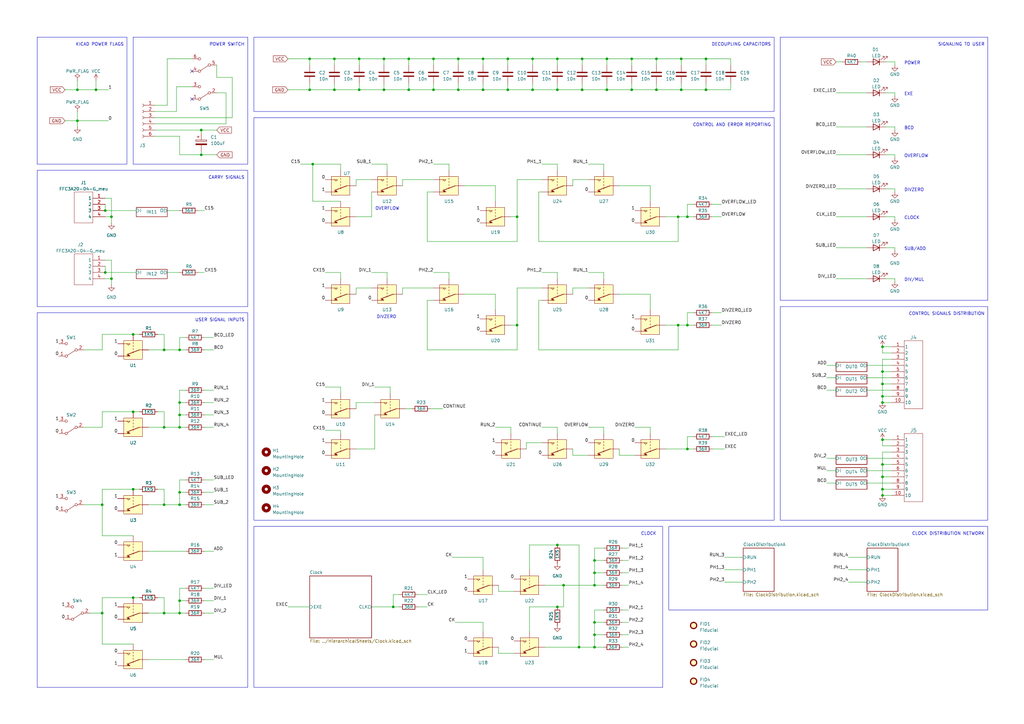
<source format=kicad_sch>
(kicad_sch (version 20230121) (generator eeschema)
  (paper "A3")
  (title_block (title "GCALC"))
  (junction (at 177.8 36.83))
  (junction (at 243.84 260.35))
  (junction (at 361.95 162.56))
  (junction (at 281.94 184.15))
  (junction (at 54.61 168.91))
  (junction (at 137.16 36.83))
  (junction (at 248.92 24.13))
  (junction (at 279.4 36.83))
  (junction (at 269.24 24.13))
  (junction (at 147.32 24.13))
  (junction (at 73.66 207.01))
  (junction (at 43.18 111.76))
  (junction (at 67.31 175.26))
  (junction (at 41.91 207.01))
  (junction (at 167.64 36.83))
  (junction (at 73.66 165.1))
  (junction (at 177.8 24.13))
  (junction (at 279.4 24.13))
  (junction (at 243.84 240.03))
  (junction (at 127 36.83))
  (junction (at 198.12 24.13))
  (junction (at 361.95 190.5))
  (junction (at 243.84 229.87))
  (junction (at 289.56 24.13))
  (junction (at 212.09 133.35))
  (junction (at 73.66 251.46))
  (junction (at 73.66 143.51))
  (junction (at 45.72 114.3))
  (junction (at 212.09 88.9))
  (junction (at 73.66 201.93))
  (junction (at 54.61 245.11))
  (junction (at 259.08 36.83))
  (junction (at 41.91 251.46))
  (junction (at 361.95 157.48))
  (junction (at 218.44 36.83))
  (junction (at 167.64 24.13))
  (junction (at 54.61 137.16))
  (junction (at 208.28 24.13))
  (junction (at 147.32 36.83))
  (junction (at 39.37 36.83))
  (junction (at 243.84 234.95))
  (junction (at 278.13 88.9))
  (junction (at 248.92 36.83))
  (junction (at 361.95 195.58))
  (junction (at 361.95 180.34))
  (junction (at 31.75 49.53))
  (junction (at 228.6 24.13))
  (junction (at 237.49 265.43))
  (junction (at 208.28 36.83))
  (junction (at 161.29 248.92))
  (junction (at 127 24.13))
  (junction (at 228.6 248.92))
  (junction (at 31.75 36.83))
  (junction (at 238.76 24.13))
  (junction (at 128.27 67.31))
  (junction (at 54.61 200.66))
  (junction (at 269.24 36.83))
  (junction (at 218.44 24.13))
  (junction (at 67.31 207.01))
  (junction (at 187.96 36.83))
  (junction (at 289.56 36.83))
  (junction (at 259.08 24.13))
  (junction (at 361.95 165.1))
  (junction (at 82.55 53.34))
  (junction (at 67.31 251.46))
  (junction (at 67.31 143.51))
  (junction (at 361.95 142.24))
  (junction (at 228.6 36.83))
  (junction (at 137.16 24.13))
  (junction (at 157.48 36.83))
  (junction (at 157.48 24.13))
  (junction (at 198.12 36.83))
  (junction (at 281.94 88.9))
  (junction (at 187.96 24.13))
  (junction (at 361.95 203.2))
  (junction (at 231.14 240.03))
  (junction (at 73.66 175.26))
  (junction (at 73.66 246.38))
  (junction (at 361.95 200.66))
  (junction (at 278.13 133.35))
  (junction (at 361.95 152.4))
  (junction (at 243.84 265.43))
  (junction (at 45.72 88.9))
  (junction (at 43.18 86.36))
  (junction (at 82.55 63.5))
  (junction (at 228.6 223.52))
  (junction (at 238.76 36.83))
  (junction (at 281.94 133.35))
  (junction (at 243.84 255.27))
  (junction (at 73.66 170.18))
  (no_connect (at 78.74 40.64))
  (no_connect (at 78.74 29.21))
  (wire (pts (xy 133.35 111.76) (xy 139.7 111.76)))
  (wire (pts (xy 254 186.69) (xy 260.35 186.69)))
  (wire (pts (xy 57.15 168.91) (xy 54.61 168.91)))
  (wire (pts (xy 165.1 118.11) (xy 165.1 120.65)))
  (wire (pts (xy 269.24 36.83) (xy 279.4 36.83)))
  (wire (pts (xy 257.81 240.03) (xy 255.27 240.03)))
  (wire (pts (xy 347.98 228.6) (xy 355.6 228.6)))
  (wire (pts (xy 222.25 175.26) (xy 228.6 175.26)))
  (wire (pts (xy 39.37 36.83) (xy 44.45 36.83)))
  (wire (pts (xy 266.7 175.26) (xy 266.7 177.8)))
  (wire (pts (xy 137.16 24.13) (xy 137.16 26.67)))
  (wire (pts (xy 365.76 187.96) (xy 355.6 187.96)))
  (wire (pts (xy 367.03 26.67) (xy 367.03 25.4)))
  (wire (pts (xy 127 24.13) (xy 127 26.67)))
  (wire (pts (xy 175.26 243.84) (xy 171.45 243.84)))
  (wire (pts (xy 281.94 83.82) (xy 281.94 88.9)))
  (wire (pts (xy 342.9 52.07) (xy 355.6 52.07)))
  (wire (pts (xy 367.03 114.3) (xy 367.03 115.57)))
  (wire (pts (xy 43.18 81.28) (xy 45.72 81.28)))
  (wire (pts (xy 139.7 67.31) (xy 139.7 69.85)))
  (wire (pts (xy 222.25 67.31) (xy 228.6 67.31)))
  (wire (pts (xy 255.27 229.87) (xy 257.81 229.87)))
  (wire (pts (xy 208.28 24.13) (xy 208.28 26.67)))
  (wire (pts (xy 204.47 265.43) (xy 204.47 267.97)))
  (wire (pts (xy 34.29 175.26) (xy 41.91 175.26)))
  (wire (pts (xy 259.08 24.13) (xy 269.24 24.13)))
  (wire (pts (xy 266.7 120.65) (xy 266.7 127)))
  (wire (pts (xy 45.72 88.9) (xy 45.72 91.44)))
  (wire (pts (xy 45.72 88.9) (xy 43.18 88.9)))
  (wire (pts (xy 269.24 24.13) (xy 279.4 24.13)))
  (wire (pts (xy 67.31 251.46) (xy 60.96 251.46)))
  (wire (pts (xy 73.66 196.85) (xy 73.66 201.93)))
  (wire (pts (xy 361.95 157.48) (xy 361.95 162.56)))
  (wire (pts (xy 247.65 260.35) (xy 243.84 260.35)))
  (wire (pts (xy 31.75 33.02) (xy 31.75 36.83)))
  (wire (pts (xy 212.09 143.51) (xy 175.26 143.51)))
  (wire (pts (xy 68.58 86.36) (xy 73.66 86.36)))
  (wire (pts (xy 289.56 36.83) (xy 299.72 36.83)))
  (wire (pts (xy 87.63 241.3) (xy 83.82 241.3)))
  (wire (pts (xy 247.65 111.76) (xy 241.3 111.76)))
  (wire (pts (xy 41.91 200.66) (xy 54.61 200.66)))
  (wire (pts (xy 67.31 245.11) (xy 67.31 251.46)))
  (wire (pts (xy 212.09 118.11) (xy 222.25 118.11)))
  (wire (pts (xy 73.66 55.88) (xy 63.5 55.88)))
  (wire (pts (xy 63.5 45.72) (xy 72.39 45.72)))
  (wire (pts (xy 215.9 181.61) (xy 222.25 181.61)))
  (wire (pts (xy 365.76 149.86) (xy 355.6 149.86)))
  (wire (pts (xy 279.4 36.83) (xy 289.56 36.83)))
  (wire (pts (xy 73.66 63.5) (xy 73.66 55.88)))
  (wire (pts (xy 147.32 36.83) (xy 147.32 34.29)))
  (wire (pts (xy 68.58 24.13) (xy 78.74 24.13)))
  (wire (pts (xy 26.67 49.53) (xy 31.75 49.53)))
  (wire (pts (xy 31.75 45.72) (xy 31.75 49.53)))
  (wire (pts (xy 146.05 118.11) (xy 146.05 120.65)))
  (wire (pts (xy 73.66 143.51) (xy 67.31 143.51)))
  (wire (pts (xy 243.84 250.19) (xy 247.65 250.19)))
  (wire (pts (xy 43.18 86.36) (xy 55.88 86.36)))
  (wire (pts (xy 87.63 207.01) (xy 83.82 207.01)))
  (wire (pts (xy 367.03 114.3) (xy 363.22 114.3)))
  (wire (pts (xy 217.17 248.92) (xy 217.17 259.08)))
  (wire (pts (xy 76.2 207.01) (xy 73.66 207.01)))
  (wire (pts (xy 177.8 24.13) (xy 177.8 26.67)))
  (wire (pts (xy 68.58 111.76) (xy 73.66 111.76)))
  (wire (pts (xy 342.9 154.94) (xy 339.09 154.94)))
  (wire (pts (xy 43.18 83.82) (xy 43.18 86.36)))
  (wire (pts (xy 365.76 182.88) (xy 361.95 182.88)))
  (wire (pts (xy 186.69 255.27) (xy 198.12 255.27)))
  (wire (pts (xy 243.84 234.95) (xy 247.65 234.95)))
  (wire (pts (xy 260.35 175.26) (xy 266.7 175.26)))
  (wire (pts (xy 163.83 243.84) (xy 161.29 243.84)))
  (wire (pts (xy 204.47 240.03) (xy 204.47 242.57)))
  (wire (pts (xy 365.76 144.78) (xy 361.95 144.78)))
  (wire (pts (xy 254 76.2) (xy 266.7 76.2)))
  (wire (pts (xy 87.63 196.85) (xy 83.82 196.85)))
  (wire (pts (xy 367.03 78.74) (xy 367.03 77.47)))
  (wire (pts (xy 54.61 245.11) (xy 57.15 245.11)))
  (wire (pts (xy 269.24 36.83) (xy 269.24 34.29)))
  (wire (pts (xy 161.29 248.92) (xy 163.83 248.92)))
  (wire (pts (xy 365.76 162.56) (xy 361.95 162.56)))
  (wire (pts (xy 342.9 77.47) (xy 355.6 77.47)))
  (wire (pts (xy 87.63 160.02) (xy 83.82 160.02)))
  (wire (pts (xy 299.72 36.83) (xy 299.72 34.29)))
  (wire (pts (xy 365.76 147.32) (xy 361.95 147.32)))
  (wire (pts (xy 165.1 76.2) (xy 165.1 73.66)))
  (wire (pts (xy 281.94 88.9) (xy 284.48 88.9)))
  (wire (pts (xy 259.08 24.13) (xy 259.08 26.67)))
  (wire (pts (xy 248.92 24.13) (xy 259.08 24.13)))
  (wire (pts (xy 259.08 36.83) (xy 269.24 36.83)))
  (wire (pts (xy 292.1 133.35) (xy 295.91 133.35)))
  (wire (pts (xy 297.18 233.68) (xy 304.8 233.68)))
  (wire (pts (xy 228.6 175.26) (xy 228.6 177.8)))
  (wire (pts (xy 367.03 64.77) (xy 367.03 63.5)))
  (wire (pts (xy 167.64 24.13) (xy 167.64 26.67)))
  (wire (pts (xy 82.55 62.23) (xy 82.55 63.5)))
  (wire (pts (xy 228.6 24.13) (xy 228.6 26.67)))
  (wire (pts (xy 161.29 243.84) (xy 161.29 248.92)))
  (wire (pts (xy 167.64 36.83) (xy 167.64 34.29)))
  (wire (pts (xy 167.64 36.83) (xy 177.8 36.83)))
  (wire (pts (xy 187.96 36.83) (xy 198.12 36.83)))
  (wire (pts (xy 187.96 36.83) (xy 187.96 34.29)))
  (wire (pts (xy 361.95 195.58) (xy 361.95 200.66)))
  (wire (pts (xy 87.63 165.1) (xy 83.82 165.1)))
  (wire (pts (xy 342.9 149.86) (xy 339.09 149.86)))
  (wire (pts (xy 266.7 76.2) (xy 266.7 82.55)))
  (wire (pts (xy 88.9 31.75) (xy 88.9 26.67)))
  (wire (pts (xy 76.2 246.38) (xy 73.66 246.38)))
  (wire (pts (xy 228.6 36.83) (xy 228.6 34.29)))
  (wire (pts (xy 297.18 179.07) (xy 292.1 179.07)))
  (wire (pts (xy 217.17 223.52) (xy 217.17 233.68)))
  (wire (pts (xy 218.44 24.13) (xy 228.6 24.13)))
  (wire (pts (xy 177.8 36.83) (xy 187.96 36.83)))
  (wire (pts (xy 342.9 88.9) (xy 355.6 88.9)))
  (wire (pts (xy 367.03 53.34) (xy 367.03 52.07)))
  (wire (pts (xy 218.44 36.83) (xy 218.44 34.29)))
  (wire (pts (xy 36.83 251.46) (xy 41.91 251.46)))
  (wire (pts (xy 342.9 38.1) (xy 355.6 38.1)))
  (wire (pts (xy 41.91 137.16) (xy 54.61 137.16)))
  (wire (pts (xy 76.2 138.43) (xy 73.66 138.43)))
  (wire (pts (xy 41.91 207.01) (xy 41.91 219.71)))
  (wire (pts (xy 365.76 180.34) (xy 361.95 180.34)))
  (wire (pts (xy 247.65 111.76) (xy 247.65 114.3)))
  (wire (pts (xy 76.2 170.18) (xy 73.66 170.18)))
  (wire (pts (xy 73.66 170.18) (xy 73.66 175.26)))
  (wire (pts (xy 87.63 175.26) (xy 83.82 175.26)))
  (wire (pts (xy 72.39 35.56) (xy 72.39 45.72)))
  (wire (pts (xy 365.76 160.02) (xy 355.6 160.02)))
  (wire (pts (xy 209.55 88.9) (xy 212.09 88.9)))
  (wire (pts (xy 87.63 170.18) (xy 83.82 170.18)))
  (wire (pts (xy 284.48 179.07) (xy 281.94 179.07)))
  (wire (pts (xy 365.76 185.42) (xy 361.95 185.42)))
  (wire (pts (xy 31.75 49.53) (xy 44.45 49.53)))
  (wire (pts (xy 367.03 38.1) (xy 363.22 38.1)))
  (wire (pts (xy 198.12 228.6) (xy 198.12 233.68)))
  (wire (pts (xy 41.91 264.16) (xy 41.91 251.46)))
  (wire (pts (xy 255.27 250.19) (xy 257.81 250.19)))
  (wire (pts (xy 231.14 240.03) (xy 243.84 240.03)))
  (wire (pts (xy 238.76 36.83) (xy 248.92 36.83)))
  (wire (pts (xy 43.18 109.22) (xy 43.18 111.76)))
  (wire (pts (xy 165.1 73.66) (xy 177.8 73.66)))
  (wire (pts (xy 146.05 184.15) (xy 153.67 184.15)))
  (wire (pts (xy 208.28 36.83) (xy 218.44 36.83)))
  (wire (pts (xy 248.92 36.83) (xy 259.08 36.83)))
  (wire (pts (xy 45.72 81.28) (xy 45.72 88.9)))
  (wire (pts (xy 146.05 118.11) (xy 152.4 118.11)))
  (wire (pts (xy 218.44 24.13) (xy 218.44 26.67)))
  (wire (pts (xy 281.94 179.07) (xy 281.94 184.15)))
  (wire (pts (xy 284.48 128.27) (xy 281.94 128.27)))
  (wire (pts (xy 54.61 264.16) (xy 41.91 264.16)))
  (wire (pts (xy 34.29 143.51) (xy 41.91 143.51)))
  (wire (pts (xy 147.32 36.83) (xy 157.48 36.83)))
  (wire (pts (xy 342.9 193.04) (xy 339.09 193.04)))
  (wire (pts (xy 342.9 25.4) (xy 345.44 25.4)))
  (wire (pts (xy 146.05 76.2) (xy 146.05 73.66)))
  (wire (pts (xy 177.8 67.31) (xy 184.15 67.31)))
  (wire (pts (xy 209.55 133.35) (xy 212.09 133.35)))
  (wire (pts (xy 220.98 143.51) (xy 220.98 123.19)))
  (wire (pts (xy 295.91 128.27) (xy 292.1 128.27)))
  (wire (pts (xy 73.66 165.1) (xy 73.66 170.18)))
  (wire (pts (xy 342.9 198.12) (xy 339.09 198.12)))
  (wire (pts (xy 208.28 24.13) (xy 218.44 24.13)))
  (wire (pts (xy 128.27 82.55) (xy 128.27 67.31)))
  (wire (pts (xy 45.72 114.3) (xy 43.18 114.3)))
  (wire (pts (xy 257.81 234.95) (xy 255.27 234.95)))
  (wire (pts (xy 76.2 251.46) (xy 73.66 251.46)))
  (wire (pts (xy 273.05 184.15) (xy 281.94 184.15)))
  (wire (pts (xy 73.66 251.46) (xy 67.31 251.46)))
  (wire (pts (xy 361.95 147.32) (xy 361.95 152.4)))
  (wire (pts (xy 153.67 184.15) (xy 153.67 170.18)))
  (wire (pts (xy 177.8 111.76) (xy 184.15 111.76)))
  (wire (pts (xy 365.76 157.48) (xy 361.95 157.48)))
  (wire (pts (xy 87.63 143.51) (xy 83.82 143.51)))
  (wire (pts (xy 67.31 168.91) (xy 67.31 175.26)))
  (wire (pts (xy 347.98 233.68) (xy 355.6 233.68)))
  (wire (pts (xy 247.65 175.26) (xy 247.65 177.8)))
  (wire (pts (xy 279.4 24.13) (xy 279.4 26.67)))
  (wire (pts (xy 234.95 76.2) (xy 234.95 73.66)))
  (wire (pts (xy 184.15 111.76) (xy 184.15 114.3)))
  (wire (pts (xy 73.66 63.5) (xy 82.55 63.5)))
  (wire (pts (xy 73.66 201.93) (xy 73.66 207.01)))
  (wire (pts (xy 228.6 36.83) (xy 238.76 36.83)))
  (wire (pts (xy 139.7 176.53) (xy 139.7 177.8)))
  (wire (pts (xy 137.16 36.83) (xy 137.16 34.29)))
  (wire (pts (xy 127 36.83) (xy 127 34.29)))
  (wire (pts (xy 73.66 138.43) (xy 73.66 143.51)))
  (wire (pts (xy 67.31 137.16) (xy 64.77 137.16)))
  (wire (pts (xy 367.03 77.47) (xy 363.22 77.47)))
  (wire (pts (xy 187.96 24.13) (xy 198.12 24.13)))
  (wire (pts (xy 175.26 123.19) (xy 175.26 143.51)))
  (wire (pts (xy 67.31 143.51) (xy 60.96 143.51)))
  (wire (pts (xy 60.96 207.01) (xy 67.31 207.01)))
  (wire (pts (xy 223.52 265.43) (xy 237.49 265.43)))
  (wire (pts (xy 367.03 90.17) (xy 367.03 88.9)))
  (wire (pts (xy 365.76 193.04) (xy 355.6 193.04)))
  (wire (pts (xy 167.64 24.13) (xy 177.8 24.13)))
  (wire (pts (xy 204.47 242.57) (xy 210.82 242.57)))
  (wire (pts (xy 254 184.15) (xy 254 186.69)))
  (wire (pts (xy 76.2 226.06) (xy 60.96 226.06)))
  (wire (pts (xy 255.27 255.27) (xy 257.81 255.27)))
  (wire (pts (xy 365.76 203.2) (xy 361.95 203.2)))
  (wire (pts (xy 248.92 24.13) (xy 248.92 26.67)))
  (wire (pts (xy 177.8 123.19) (xy 175.26 123.19)))
  (wire (pts (xy 297.18 228.6) (xy 304.8 228.6)))
  (wire (pts (xy 292.1 184.15) (xy 297.18 184.15)))
  (wire (pts (xy 269.24 24.13) (xy 269.24 26.67)))
  (wire (pts (xy 87.63 270.51) (xy 83.82 270.51)))
  (wire (pts (xy 73.66 241.3) (xy 73.66 246.38)))
  (wire (pts (xy 217.17 248.92) (xy 228.6 248.92)))
  (wire (pts (xy 82.55 53.34) (xy 88.9 53.34)))
  (wire (pts (xy 198.12 36.83) (xy 208.28 36.83)))
  (wire (pts (xy 367.03 101.6) (xy 367.03 102.87)))
  (wire (pts (xy 185.42 228.6) (xy 198.12 228.6)))
  (wire (pts (xy 299.72 24.13) (xy 299.72 26.67)))
  (wire (pts (xy 220.98 123.19) (xy 222.25 123.19)))
  (wire (pts (xy 365.76 200.66) (xy 361.95 200.66)))
  (wire (pts (xy 41.91 168.91) (xy 54.61 168.91)))
  (wire (pts (xy 289.56 36.83) (xy 289.56 34.29)))
  (wire (pts (xy 82.55 63.5) (xy 88.9 63.5)))
  (wire (pts (xy 237.49 223.52) (xy 237.49 265.43)))
  (wire (pts (xy 212.09 73.66) (xy 222.25 73.66)))
  (wire (pts (xy 243.84 260.35) (xy 243.84 265.43)))
  (wire (pts (xy 278.13 143.51) (xy 220.98 143.51)))
  (wire (pts (xy 238.76 24.13) (xy 248.92 24.13)))
  (wire (pts (xy 365.76 198.12) (xy 355.6 198.12)))
  (wire (pts (xy 361.95 182.88) (xy 361.95 180.34)))
  (wire (pts (xy 254 120.65) (xy 266.7 120.65)))
  (wire (pts (xy 279.4 36.83) (xy 279.4 34.29)))
  (wire (pts (xy 177.8 36.83) (xy 177.8 34.29)))
  (wire (pts (xy 342.9 114.3) (xy 355.6 114.3)))
  (wire (pts (xy 295.91 83.82) (xy 292.1 83.82)))
  (wire (pts (xy 92.71 38.1) (xy 88.9 38.1)))
  (wire (pts (xy 54.61 200.66) (xy 57.15 200.66)))
  (wire (pts (xy 127 36.83) (xy 137.16 36.83)))
  (wire (pts (xy 184.15 67.31) (xy 184.15 69.85)))
  (wire (pts (xy 171.45 248.92) (xy 175.26 248.92)))
  (wire (pts (xy 278.13 88.9) (xy 278.13 99.06)))
  (wire (pts (xy 152.4 248.92) (xy 161.29 248.92)))
  (wire (pts (xy 367.03 52.07) (xy 363.22 52.07)))
  (wire (pts (xy 67.31 200.66) (xy 67.31 207.01)))
  (wire (pts (xy 95.25 31.75) (xy 95.25 48.26)))
  (wire (pts (xy 139.7 111.76) (xy 139.7 114.3)))
  (wire (pts (xy 67.31 175.26) (xy 60.96 175.26)))
  (wire (pts (xy 73.66 201.93) (xy 76.2 201.93)))
  (wire (pts (xy 31.75 49.53) (xy 31.75 52.07)))
  (wire (pts (xy 243.84 229.87) (xy 247.65 229.87)))
  (wire (pts (xy 234.95 186.69) (xy 241.3 186.69)))
  (wire (pts (xy 289.56 24.13) (xy 299.72 24.13)))
  (wire (pts (xy 152.4 67.31) (xy 158.75 67.31)))
  (wire (pts (xy 73.66 160.02) (xy 73.66 165.1)))
  (wire (pts (xy 278.13 133.35) (xy 278.13 143.51)))
  (wire (pts (xy 81.28 111.76) (xy 83.82 111.76)))
  (wire (pts (xy 76.2 175.26) (xy 73.66 175.26)))
  (wire (pts (xy 259.08 36.83) (xy 259.08 34.29)))
  (wire (pts (xy 146.05 165.1) (xy 153.67 165.1)))
  (wire (pts (xy 281.94 184.15) (xy 284.48 184.15)))
  (wire (pts (xy 81.28 86.36) (xy 83.82 86.36)))
  (wire (pts (xy 237.49 265.43) (xy 243.84 265.43)))
  (wire (pts (xy 247.65 67.31) (xy 241.3 67.31)))
  (wire (pts (xy 278.13 88.9) (xy 281.94 88.9)))
  (wire (pts (xy 139.7 82.55) (xy 128.27 82.55)))
  (wire (pts (xy 157.48 36.83) (xy 167.64 36.83)))
  (wire (pts (xy 365.76 165.1) (xy 361.95 165.1)))
  (wire (pts (xy 76.2 165.1) (xy 73.66 165.1)))
  (wire (pts (xy 278.13 99.06) (xy 220.98 99.06)))
  (wire (pts (xy 361.95 190.5) (xy 361.95 195.58)))
  (wire (pts (xy 158.75 67.31) (xy 158.75 69.85)))
  (wire (pts (xy 166.37 167.64) (xy 168.91 167.64)))
  (wire (pts (xy 198.12 36.83) (xy 198.12 34.29)))
  (wire (pts (xy 63.5 50.8) (xy 92.71 50.8)))
  (wire (pts (xy 198.12 24.13) (xy 198.12 26.67)))
  (wire (pts (xy 39.37 36.83) (xy 39.37 33.02)))
  (wire (pts (xy 177.8 78.74) (xy 175.26 78.74)))
  (wire (pts (xy 158.75 111.76) (xy 158.75 114.3)))
  (wire (pts (xy 257.81 265.43) (xy 255.27 265.43)))
  (wire (pts (xy 118.11 248.92) (xy 127 248.92)))
  (wire (pts (xy 243.84 229.87) (xy 243.84 234.95)))
  (wire (pts (xy 34.29 207.01) (xy 41.91 207.01)))
  (wire (pts (xy 228.6 223.52) (xy 237.49 223.52)))
  (wire (pts (xy 41.91 245.11) (xy 54.61 245.11)))
  (wire (pts (xy 203.2 76.2) (xy 203.2 82.55)))
  (wire (pts (xy 289.56 24.13) (xy 289.56 26.67)))
  (wire (pts (xy 87.63 138.43) (xy 83.82 138.43)))
  (wire (pts (xy 217.17 223.52) (xy 228.6 223.52)))
  (wire (pts (xy 157.48 36.83) (xy 157.48 34.29)))
  (wire (pts (xy 297.18 238.76) (xy 304.8 238.76)))
  (wire (pts (xy 147.32 24.13) (xy 147.32 26.67)))
  (wire (pts (xy 67.31 175.26) (xy 73.66 175.26)))
  (wire (pts (xy 45.72 114.3) (xy 45.72 116.84)))
  (wire (pts (xy 273.05 88.9) (xy 278.13 88.9)))
  (wire (pts (xy 281.94 133.35) (xy 284.48 133.35)))
  (wire (pts (xy 204.47 267.97) (xy 210.82 267.97)))
  (wire (pts (xy 212.09 133.35) (xy 212.09 143.51)))
  (wire (pts (xy 153.67 158.75) (xy 160.02 158.75)))
  (wire (pts (xy 247.65 67.31) (xy 247.65 69.85)))
  (wire (pts (xy 67.31 168.91) (xy 64.77 168.91)))
  (wire (pts (xy 63.5 53.34) (xy 82.55 53.34)))
  (wire (pts (xy 152.4 111.76) (xy 158.75 111.76)))
  (wire (pts (xy 147.32 24.13) (xy 157.48 24.13)))
  (wire (pts (xy 31.75 36.83) (xy 39.37 36.83)))
  (wire (pts (xy 365.76 142.24) (xy 361.95 142.24)))
  (wire (pts (xy 243.84 240.03) (xy 247.65 240.03)))
  (wire (pts (xy 43.18 106.68) (xy 45.72 106.68)))
  (wire (pts (xy 175.26 78.74) (xy 175.26 99.06)))
  (wire (pts (xy 41.91 143.51) (xy 41.91 137.16)))
  (wire (pts (xy 248.92 36.83) (xy 248.92 34.29)))
  (wire (pts (xy 82.55 53.34) (xy 82.55 54.61)))
  (wire (pts (xy 203.2 175.26) (xy 209.55 175.26)))
  (wire (pts (xy 279.4 24.13) (xy 289.56 24.13)))
  (wire (pts (xy 257.81 260.35) (xy 255.27 260.35)))
  (wire (pts (xy 187.96 24.13) (xy 187.96 26.67)))
  (wire (pts (xy 198.12 24.13) (xy 208.28 24.13)))
  (wire (pts (xy 41.91 251.46) (xy 41.91 245.11)))
  (wire (pts (xy 157.48 24.13) (xy 167.64 24.13)))
  (wire (pts (xy 26.67 36.83) (xy 31.75 36.83)))
  (wire (pts (xy 212.09 118.11) (xy 212.09 133.35)))
  (wire (pts (xy 234.95 184.15) (xy 234.95 186.69)))
  (wire (pts (xy 190.5 76.2) (xy 203.2 76.2)))
  (wire (pts (xy 347.98 238.76) (xy 355.6 238.76)))
  (wire (pts (xy 57.15 137.16) (xy 54.61 137.16)))
  (wire (pts (xy 361.95 144.78) (xy 361.95 142.24)))
  (wire (pts (xy 43.18 111.76) (xy 55.88 111.76)))
  (wire (pts (xy 118.11 24.13) (xy 127 24.13)))
  (wire (pts (xy 64.77 245.11) (xy 67.31 245.11)))
  (wire (pts (xy 118.11 36.83) (xy 127 36.83)))
  (wire (pts (xy 208.28 36.83) (xy 208.28 34.29)))
  (wire (pts (xy 54.61 219.71) (xy 41.91 219.71)))
  (wire (pts (xy 133.35 176.53) (xy 139.7 176.53)))
  (wire (pts (xy 223.52 240.03) (xy 231.14 240.03)))
  (wire (pts (xy 243.84 224.79) (xy 247.65 224.79)))
  (wire (pts (xy 67.31 137.16) (xy 67.31 143.51)))
  (wire (pts (xy 45.72 106.68) (xy 45.72 114.3)))
  (wire (pts (xy 157.48 24.13) (xy 157.48 26.67)))
  (wire (pts (xy 243.84 255.27) (xy 247.65 255.27)))
  (wire (pts (xy 365.76 195.58) (xy 361.95 195.58)))
  (wire (pts (xy 228.6 111.76) (xy 228.6 114.3)))
  (wire (pts (xy 177.8 24.13) (xy 187.96 24.13)))
  (wire (pts (xy 284.48 83.82) (xy 281.94 83.82)))
  (wire (pts (xy 165.1 118.11) (xy 177.8 118.11)))
  (wire (pts (xy 234.95 73.66) (xy 241.3 73.66)))
  (wire (pts (xy 76.2 241.3) (xy 73.66 241.3)))
  (wire (pts (xy 292.1 88.9) (xy 295.91 88.9)))
  (wire (pts (xy 146.05 73.66) (xy 152.4 73.66)))
  (wire (pts (xy 68.58 43.18) (xy 63.5 43.18)))
  (wire (pts (xy 278.13 133.35) (xy 281.94 133.35)))
  (wire (pts (xy 87.63 201.93) (xy 83.82 201.93)))
  (wire (pts (xy 255.27 224.79) (xy 257.81 224.79)))
  (wire (pts (xy 243.84 224.79) (xy 243.84 229.87)))
  (wire (pts (xy 342.9 187.96) (xy 339.09 187.96)))
  (wire (pts (xy 203.2 120.65) (xy 203.2 127)))
  (wire (pts (xy 234.95 120.65) (xy 234.95 118.11)))
  (wire (pts (xy 41.91 175.26) (xy 41.91 168.91)))
  (wire (pts (xy 342.9 160.02) (xy 339.09 160.02)))
  (wire (pts (xy 228.6 24.13) (xy 238.76 24.13)))
  (wire (pts (xy 222.25 111.76) (xy 228.6 111.76)))
  (wire (pts (xy 215.9 181.61) (xy 215.9 184.15)))
  (wire (pts (xy 212.09 99.06) (xy 175.26 99.06)))
  (wire (pts (xy 152.4 88.9) (xy 146.05 88.9)))
  (wire (pts (xy 160.02 158.75) (xy 160.02 161.29)))
  (wire (pts (xy 367.03 88.9) (xy 363.22 88.9)))
  (wire (pts (xy 41.91 207.01) (xy 41.91 200.66)))
  (wire (pts (xy 243.84 255.27) (xy 243.84 260.35)))
  (wire (pts (xy 68.58 24.13) (xy 68.58 43.18)))
  (wire (pts (xy 176.53 167.64) (xy 181.61 167.64)))
  (wire (pts (xy 87.63 251.46) (xy 83.82 251.46)))
  (wire (pts (xy 342.9 63.5) (xy 355.6 63.5)))
  (wire (pts (xy 87.63 246.38) (xy 83.82 246.38)))
  (wire (pts (xy 76.2 143.51) (xy 73.66 143.51)))
  (wire (pts (xy 365.76 152.4) (xy 361.95 152.4)))
  (wire (pts (xy 137.16 24.13) (xy 147.32 24.13)))
  (wire (pts (xy 367.03 39.37) (xy 367.03 38.1)))
  (wire (pts (xy 243.84 265.43) (xy 247.65 265.43)))
  (wire (pts (xy 72.39 35.56) (xy 78.74 35.56)))
  (wire (pts (xy 243.84 234.95) (xy 243.84 240.03)))
  (wire (pts (xy 139.7 158.75) (xy 139.7 161.29)))
  (wire (pts (xy 139.7 158.75) (xy 133.35 158.75)))
  (wire (pts (xy 123.19 67.31) (xy 128.27 67.31)))
  (wire (pts (xy 152.4 88.9) (xy 152.4 78.74)))
  (wire (pts (xy 137.16 36.83) (xy 147.32 36.83)))
  (wire (pts (xy 92.71 50.8) (xy 92.71 38.1)))
  (wire (pts (xy 361.95 200.66) (xy 361.95 203.2)))
  (wire (pts (xy 146.05 167.64) (xy 146.05 165.1)))
  (wire (pts (xy 87.63 226.06) (xy 83.82 226.06)))
  (wire (pts (xy 367.03 101.6) (xy 363.22 101.6)))
  (wire (pts (xy 198.12 259.08) (xy 198.12 255.27)))
  (wire (pts (xy 238.76 36.83) (xy 238.76 34.29)))
  (wire (pts (xy 281.94 128.27) (xy 281.94 133.35)))
  (wire (pts (xy 342.9 101.6) (xy 355.6 101.6)))
  (wire (pts (xy 64.77 200.66) (xy 67.31 200.66)))
  (wire (pts (xy 127 24.13) (xy 137.16 24.13)))
  (wire (pts (xy 365.76 154.94) (xy 355.6 154.94)))
  (wire (pts (xy 361.95 162.56) (xy 361.95 165.1)))
  (wire (pts (xy 128.27 67.31) (xy 139.7 67.31)))
  (wire (pts (xy 231.14 248.92) (xy 231.14 240.03)))
  (wire (pts (xy 243.84 250.19) (xy 243.84 255.27)))
  (polyline (pts (xy 15.24 62.23) (xy 15.24 62.23)))
  (wire (pts (xy 228.6 67.31) (xy 228.6 69.85)))
  (wire (pts (xy 63.5 48.26) (xy 95.25 48.26)))
  (wire (pts (xy 73.66 246.38) (xy 73.66 251.46)))
  (wire (pts (xy 367.03 63.5) (xy 363.22 63.5)))
  (wire (pts (xy 212.09 88.9) (xy 212.09 99.06)))
  (wire (pts (xy 190.5 120.65) (xy 203.2 120.65)))
  (wire (pts (xy 218.44 36.83) (xy 228.6 36.83)))
  (wire (pts (xy 361.95 152.4) (xy 361.95 157.48)))
  (wire (pts (xy 361.95 185.42) (xy 361.95 190.5)))
  (wire (pts (xy 95.25 31.75) (xy 88.9 31.75)))
  (wire (pts (xy 67.31 207.01) (xy 73.66 207.01)))
  (wire (pts (xy 76.2 196.85) (xy 73.66 196.85)))
  (wire (pts (xy 76.2 160.02) (xy 73.66 160.02)))
  (wire (pts (xy 365.76 190.5) (xy 361.95 190.5)))
  (wire (pts (xy 238.76 24.13) (xy 238.76 26.67)))
  (wire (pts (xy 241.3 175.26) (xy 247.65 175.26)))
  (wire (pts (xy 220.98 78.74) (xy 222.25 78.74)))
  (wire (pts (xy 209.55 175.26) (xy 209.55 177.8)))
  (wire (pts (xy 234.95 118.11) (xy 241.3 118.11)))
  (wire (pts (xy 76.2 270.51) (xy 60.96 270.51)))
  (wire (pts (xy 353.06 25.4) (xy 355.6 25.4)))
  (wire (pts (xy 367.03 25.4) (xy 363.22 25.4)))
  (wire (pts (xy 212.09 73.66) (xy 212.09 88.9)))
  (wire (pts (xy 220.98 99.06) (xy 220.98 78.74)))
  (wire (pts (xy 228.6 248.92) (xy 231.14 248.92)))
  (wire (pts (xy 273.05 133.35) (xy 278.13 133.35)))
  (rectangle (start 320.04 15.24) (end 405.13 123.19))
  (rectangle (start 15.24 15.24) (end 52.07 67.31))
  (rectangle (start 104.14 215.9) (end 271.78 281.94))
  (rectangle (start 54.61 15.24) (end 101.6 67.31))
  (rectangle (start 274.32 215.9) (end 405.13 250.19))
  (rectangle (start 104.14 15.24) (end 317.5 45.72))
  (rectangle (start 15.24 69.85) (end 101.6 125.73))
  (rectangle (start 320.04 125.73) (end 405.13 213.36))
  (rectangle (start 15.24 128.27) (end 101.6 281.94))
  (rectangle (start 104.14 48.26) (end 317.5 213.36))
  (text "DECOUPLING CAPACITORS" (at 316.23 19.05 0) (effects (font (size 1.27 1.27)) (justify right bottom)))
  (text "CLOCK" (at 269.24 219.71 0) (effects (font (size 1.27 1.27)) (justify right bottom)))
  (text "CONTROL AND ERROR REPORTING" (at 316.23 52.07 0) (effects (font (size 1.27 1.27)) (justify right bottom)))
  (text "SIGNALING TO USER" (at 403.86 19.05 0) (effects (font (size 1.27 1.27)) (justify right bottom)))
  (text "DIVZERO" (at 162.56 130.81 0) (effects (font (size 1.27 1.27)) (justify right bottom)))
  (text "EXE" (at 370.84 39.37 0) (effects (font (size 1.27 1.27)) (justify left bottom)))
  (text "DIV/MUL" (at 370.84 115.57 0) (effects (font (size 1.27 1.27)) (justify left bottom)))
  (text "CLOCK" (at 370.84 90.17 0) (effects (font (size 1.27 1.27)) (justify left bottom)))
  (text "POWER SWITCH" (at 100.33 19.05 0) (effects (font (size 1.27 1.27)) (justify right bottom)))
  (text "OVERFLOW" (at 163.83 86.36 0) (effects (font (size 1.27 1.27)) (justify right bottom)))
  (text "CLOCK DISTRIBUTION NETWORK" (at 403.86 219.71 0) (effects (font (size 1.27 1.27)) (justify right bottom)))
  (text "BCD" (at 370.84 53.34 0) (effects (font (size 1.27 1.27)) (justify left bottom)))
  (text "CONTROL SIGNALS DISTRIBUTION" (at 403.86 129.54 0) (effects (font (size 1.27 1.27)) (justify right bottom)))
  (text "SUB/ADD" (at 370.84 102.87 0) (effects (font (size 1.27 1.27)) (justify left bottom)))
  (text "DIVZERO" (at 370.84 78.74 0) (effects (font (size 1.27 1.27)) (justify left bottom)))
  (text "CARRY SIGNALS" (at 100.33 73.66 0) (effects (font (size 1.27 1.27)) (justify right bottom)))
  (text "KICAD POWER FLAGS" (at 50.8 19.05 0) (effects (font (size 1.27 1.27)) (justify right bottom)))
  (text "OVERFLOW" (at 370.84 64.77 0) (effects (font (size 1.27 1.27)) (justify left bottom)))
  (text "USER SIGNAL INPUTS" (at 100.33 132.08 0) (effects (font (size 1.27 1.27)) (justify right bottom)))
  (text "POWER" (at 370.84 26.67 0) (effects (font (size 1.27 1.27)) (justify left bottom)))
  (label "C15" (at 83.82 86.36 0))
  (label "0" (at 191.77 242.57 180))
  (label "1" (at 48.26 204.47 180))
  (label "CLK_LED" (at 175.26 243.84 0))
  (label "ADD" (at 87.63 226.06 0))
  (label "0" (at 26.67 254 180))
  (label "CK" (at 185.42 228.6 180))
  (label "OVERFLOW" (at 295.91 88.9 0))
  (label "MUL" (at 87.63 270.51 0))
  (label "PH2_3" (at 257.81 260.35 0))
  (label "0" (at 191.77 262.89 180))
  (label "1" (at 44.45 36.83 0))
  (label "DIVZERO" (at 260.35 175.26 180))
  (label "0" (at 241.3 181.61 180))
  (label "EXEC" (at 118.11 248.92 180))
  (label "CX15" (at 83.82 111.76 0))
  (label "C15" (at 123.19 67.31 180))
  (label "0" (at 222.25 186.69 180))
  (label "BCD_LED" (at 342.9 52.07 180))
  (label "PH2_2" (at 177.8 111.76 180))
  (label "0" (at 24.13 146.05 180))
  (label "BCD_LED" (at 87.63 138.43 0))
  (label "DIVZERO" (at 295.91 133.35 0))
  (label "0" (at 210.82 262.89 180))
  (label "DIV_2" (at 339.09 187.96 180))
  (label "1" (at 48.26 228.6 180))
  (label "SUB_2" (at 87.63 207.01 0))
  (label "MUL" (at 339.09 193.04 180))
  (label "DIVZERO_LED" (at 295.91 128.27 0))
  (label "CK" (at 175.26 248.92 0))
  (label "SUB_LED" (at 342.9 101.6 180))
  (label "PH2_4" (at 347.98 238.76 180))
  (label "1" (at 48.26 248.92 180))
  (label "0" (at 133.35 123.19 180))
  (label "PH1_2" (at 222.25 111.76 180))
  (label "PH2_1" (at 177.8 67.31 180))
  (label "PH1_4" (at 347.98 233.68 180))
  (label "0" (at 24.13 177.8 180))
  (label "DIV_1" (at 87.63 246.38 0))
  (label "0" (at 152.4 123.19 180))
  (label "1" (at 24.13 204.47 180))
  (label "0" (at 260.35 91.44 180))
  (label "1" (at 133.35 181.61 180))
  (label "SUB_LED" (at 87.63 196.85 0))
  (label "RUN_4" (at 347.98 228.6 180))
  (label "1" (at 260.35 130.81 180))
  (label "PH2_2" (at 257.81 255.27 0))
  (label "SUB_2" (at 339.09 154.94 180))
  (label "RUN_3" (at 297.18 228.6 180))
  (label "1" (at 48.26 140.97 180))
  (label "0" (at 210.82 237.49 180))
  (label "DIV_1" (at 152.4 111.76 180))
  (label "0" (at 260.35 181.61 180))
  (label "PH1_3" (at 257.81 234.95 0))
  (label "RUN_3" (at 87.63 170.18 0))
  (label "0" (at 48.26 223.52 180))
  (label "1" (at 24.13 140.97 180))
  (label "0" (at 203.2 186.69 180))
  (label "0" (at 48.26 254 180))
  (label "1" (at 196.85 86.36 180))
  (label "EXEC_LED" (at 342.9 38.1 180))
  (label "BCD" (at 87.63 143.51 0))
  (label "1" (at 133.35 86.36 180))
  (label "0" (at 196.85 135.89 180))
  (label "PH1_1" (at 257.81 224.79 0))
  (label "0" (at 196.85 91.44 180))
  (label "PH1_1" (at 222.25 67.31 180))
  (label "EXEC_LED" (at 297.18 179.07 0))
  (label "0" (at 48.26 209.55 180))
  (label "BCD" (at 339.09 160.02 180))
  (label "PH2_4" (at 257.81 265.43 0))
  (label "0" (at 241.3 123.19 180))
  (label "RUN_2" (at 87.63 165.1 0))
  (label "1" (at 196.85 130.81 180))
  (label "DIV_LED" (at 87.63 241.3 0))
  (label "RUN_1" (at 241.3 67.31 180))
  (label "SUB_1" (at 152.4 67.31 180))
  (label "CLK_LED" (at 342.9 88.9 180))
  (label "RUN_2" (at 203.2 175.26 180))
  (label "PH1_2" (at 257.81 229.87 0))
  (label "BCD" (at 339.09 198.12 180))
  (label "CONTINUE" (at 181.61 167.64 0))
  (label "1" (at 48.26 172.72 180))
  (label "1" (at 24.13 172.72 180))
  (label "0" (at 133.35 186.69 180))
  (label "0" (at 48.26 177.8 180))
  (label "CK" (at 186.69 255.27 180))
  (label "CX15" (at 133.35 176.53 180))
  (label "1" (at 48.26 273.05 180))
  (label "1" (at 26.67 248.92 180))
  (label "DIV_1" (at 153.67 158.75 180))
  (label "DIV_2" (at 87.63 251.46 0))
  (label "0" (at 133.35 91.44 180))
  (label "1" (at 191.77 267.97 180))
  (label "SUB_1" (at 87.63 201.93 0))
  (label "OVERFLOW_LED" (at 295.91 83.82 0))
  (label "1" (at 203.2 181.61 180))
  (label "0" (at 241.3 78.74 180))
  (label "RUN_1" (at 87.63 160.02 0))
  (label "DIV_LED" (at 342.9 114.3 180))
  (label "1" (at 133.35 118.11 180))
  (label "OVERFLOW_LED" (at 342.9 63.5 180))
  (label "CONTINUE" (at 222.25 175.26 180))
  (label "0" (at 133.35 170.18 180))
  (label "ADD" (at 339.09 149.86 180))
  (label "PH2_3" (at 297.18 238.76 180))
  (label "1" (at 133.35 165.1 180))
  (label "0" (at 133.35 73.66 180))
  (label "RUN_1" (at 241.3 111.76 180))
  (label "EXEC" (at 297.18 184.15 0))
  (label "DIVZERO_LED" (at 342.9 77.47 180))
  (label "PH1_3" (at 297.18 233.68 180))
  (label "0" (at 48.26 267.97 180))
  (label "OVERFLOW" (at 241.3 175.26 180))
  (label "1" (at 133.35 78.74 180))
  (label "1" (at 260.35 86.36 180))
  (label "C15" (at 133.35 158.75 180))
  (label "CX15" (at 133.35 111.76 180))
  (label "0" (at 24.13 209.55 180))
  (label "0" (at 48.26 146.05 180))
  (label "PH1_4" (at 257.81 240.03 0))
  (label "0" (at 260.35 135.89 180))
  (label "0" (at 44.45 49.53 0))
  (label "1" (at 191.77 237.49 180))
  (label "RUN_4" (at 87.63 175.26 0))
  (label "PH2_1" (at 257.81 250.19 0))
  (global_label "GND" (shape input) (at 88.9 63.5 0) (property "Intersheetrefs" "${INTERSHEET_REFS}" (effects hide)))
  (global_label "VCC" (shape input) (at 118.11 24.13 180) (property "Intersheetrefs" "${INTERSHEET_REFS}" (effects hide)))
  (global_label "VCC" (shape input) (at 88.9 53.34 0) (property "Intersheetrefs" "${INTERSHEET_REFS}" (effects hide)))
  (global_label "GND" (shape input) (at 118.11 36.83 180) (property "Intersheetrefs" "${INTERSHEET_REFS}" (effects hide)))
  (global_label "GND" (shape input) (at 26.67 49.53 180) (property "Intersheetrefs" "${INTERSHEET_REFS}" (effects hide)))
  (global_label "VCC" (shape input) (at 26.67 36.83 180) (property "Intersheetrefs" "${INTERSHEET_REFS}" (effects hide)))
  (global_label "VCC" (shape input) (at 342.9 25.4 180) (property "Intersheetrefs" "${INTERSHEET_REFS}" (effects hide)))
  (symbol (lib_id "Device:R") (at 80.01 226.06 270) (unit 1)
    (property "Reference" "R16" (at 80.01 223.52 90))
    (property "Value" "36R" (at 80.01 226.06 90))
    (property "Footprint" "MevaLlibreriaFootprint:Meu-R_0603_1608Metric" (effects hide))
  )
  (symbol (lib_id "Device:C") (at 218.44 30.48 0) (unit 1)
    (property "Reference" "C11" (at 222.25 29.845 0) (effects (justify left)))
    (property "Value" "10n" (at 222.25 32.385 0) (effects (justify left)))
    (property "Footprint" "Capacitor_SMD:C_0603_1608Metric" (effects hide))
  )
  (symbol (lib_id "power:VCC") (at 361.95 180.34 0) (mirror y) (unit 1)
    (property "Reference" "#PWR09" (effects hide))
    (property "Value" "VCC" (at 361.95 176.53 0))
  )
  (symbol (lib_id "power:GND") (at 367.03 90.17 0) (unit 1)
    (property "Reference" "#PWR016" (effects hide))
    (property "Value" "GND" (at 367.03 93.98 0))
  )
  (symbol (lib_id "MevaLlibreria:1G3157") (at 217.17 265.43 0) (unit 1)
    (property "Reference" "U23" (at 217.17 271.78 0))
    (property "Value" "1G3157" (effects hide))
    (property "Footprint" "Package_TO_SOT_SMD:SOT-23-6" (effects hide))
    (property "Datasheet" "https://www.ti.com/lit/ds/symlink/sn74lvc1g3157.pdf" (effects hide))
    (property "Sim.Name" "74LVC1G3157" (effects hide))
    (property "Sim.Library" "../SpiceModelsGlobal/AnalogSPDT.txt" (effects hide))
    (property "Sim.Device" "SUBCKT" (effects hide))
    (property "Sim.Pins" "1=1 3=3 4=4 5=5 6=6" (effects hide))
    (property "Manufacturer" "Texas Instruments" (effects hide))
    (property "Part Number" "SN74LVC1G3157DBVR" (effects hide))
  )
  (symbol (lib_id "Device:C") (at 238.76 30.48 0) (unit 1)
    (property "Reference" "C13" (at 242.57 29.845 0) (effects (justify left)))
    (property "Value" "10n" (at 242.57 32.385 0) (effects (justify left)))
    (property "Footprint" "Capacitor_SMD:C_0603_1608Metric" (effects hide))
  )
  (symbol (lib_id "Device:C") (at 299.72 30.48 0) (unit 1)
    (property "Reference" "C19" (at 303.53 29.845 0) (effects (justify left)))
    (property "Value" "10n" (at 303.53 32.385 0) (effects (justify left)))
    (property "Footprint" "Capacitor_SMD:C_0603_1608Metric" (effects hide))
  )
  (symbol (lib_id "Device:R") (at 80.01 175.26 270) (unit 1)
    (property "Reference" "R12" (at 80.01 172.72 90))
    (property "Value" "36R" (at 80.01 175.26 90))
    (property "Footprint" "MevaLlibreriaFootprint:Meu-R_0603_1608Metric" (effects hide))
  )
  (symbol (lib_id "Device:R") (at 77.47 86.36 270) (unit 1)
    (property "Reference" "R5" (at 77.47 83.82 90))
    (property "Value" "36R" (at 77.47 86.36 90))
    (property "Footprint" "MevaLlibreriaFootprint:Meu-R_0603_1608Metric" (effects hide))
  )
  (symbol (lib_id "Device:LED") (at 359.41 38.1 180) (unit 1)
    (property "Reference" "D2" (at 359.41 33.02 0))
    (property "Value" "LED" (at 359.41 35.56 0))
    (property "Footprint" "MevaLlibreriaFootprint:LED_D3.0mm_Centrat" (effects hide))
  )
  (symbol (lib_id "Device:C") (at 187.96 30.48 0) (unit 1)
    (property "Reference" "C8" (at 191.77 29.845 0) (effects (justify left)))
    (property "Value" "10n" (at 191.77 32.385 0) (effects (justify left)))
    (property "Footprint" "Capacitor_SMD:C_0603_1608Metric" (effects hide))
  )
  (symbol (lib_id "Device:LED") (at 359.41 101.6 180) (unit 1)
    (property "Reference" "D7" (at 359.41 96.52 0))
    (property "Value" "LED" (at 359.41 99.06 0))
    (property "Footprint" "MevaLlibreriaFootprint:LED_D3.0mm_Centrat" (effects hide))
  )
  (symbol (lib_id "Device:R") (at 228.6 227.33 0) (unit 1)
    (property "Reference" "R24" (at 226.06 227.33 90))
    (property "Value" "1K5" (at 228.6 227.33 90))
    (property "Footprint" "MevaLlibreriaFootprint:Meu-R_0603_1608Metric" (effects hide))
  )
  (symbol (lib_id "MevaLlibreria:1G3157") (at 228.6 184.15 0) (unit 1)
    (property "Reference" "U26" (at 228.6 190.5 0))
    (property "Value" "1G3157" (effects hide))
    (property "Footprint" "Package_TO_SOT_SMD:SOT-23-6" (effects hide))
    (property "Datasheet" "https://www.ti.com/lit/ds/symlink/sn74lvc1g3157.pdf" (effects hide))
    (property "Sim.Name" "74LVC1G3157" (effects hide))
    (property "Sim.Library" "../SpiceModelsGlobal/AnalogSPDT.txt" (effects hide))
    (property "Sim.Device" "SUBCKT" (effects hide))
    (property "Sim.Pins" "1=1 3=3 4=4 5=5 6=6" (effects hide))
    (property "Manufacturer" "Texas Instruments" (effects hide))
    (property "Part Number" "SN74LVC1G3157DBVR" (effects hide))
  )
  (symbol (lib_id "Device:R") (at 167.64 248.92 270) (unit 1)
    (property "Reference" "R22" (at 167.64 246.38 90))
    (property "Value" "36R" (at 167.64 248.92 90))
    (property "Footprint" "MevaLlibreriaFootprint:Meu-R_0603_1608Metric" (effects hide))
  )
  (symbol (lib_id "Device:R") (at 251.46 234.95 270) (unit 1)
    (property "Reference" "R28" (at 251.46 232.41 90))
    (property "Value" "36R" (at 251.46 234.95 90))
    (property "Footprint" "MevaLlibreriaFootprint:Meu-R_0603_1608Metric" (effects hide))
  )
  (symbol (lib_id "MevaLlibreria:SW_SPDT") (at 29.21 175.26 180) (unit 1)
    (property "Reference" "SW2" (at 29.21 170.18 0))
    (property "Value" "SW_SPDT" (effects hide))
    (property "Footprint" "MevaLlibreriaFootprint:SW_Toggle_SPDT_Vertical_Mini" (effects hide))
  )
  (symbol (lib_id "MevaLlibreria:1G3157") (at 217.17 240.03 0) (unit 1)
    (property "Reference" "U22" (at 217.17 246.38 0))
    (property "Value" "1G3157" (effects hide))
    (property "Footprint" "Package_TO_SOT_SMD:SOT-23-6" (effects hide))
    (property "Datasheet" "https://www.ti.com/lit/ds/symlink/sn74lvc1g3157.pdf" (effects hide))
    (property "Sim.Name" "74LVC1G3157" (effects hide))
    (property "Sim.Library" "../SpiceModelsGlobal/AnalogSPDT.txt" (effects hide))
    (property "Sim.Device" "SUBCKT" (effects hide))
    (property "Sim.Pins" "1=1 3=3 4=4 5=5 6=6" (effects hide))
    (property "Manufacturer" "Texas Instruments" (effects hide))
    (property "Part Number" "SN74LVC1G3157DBVR" (effects hide))
  )
  (symbol (lib_id "Mechanical:MountingHole") (at 109.22 185.42 0) (unit 1)
    (property "Reference" "H1" (at 111.76 184.785 0) (effects (justify left)))
    (property "Value" "MountingHole" (at 111.76 187.325 0) (effects (justify left)))
    (property "Footprint" "MountingHole:MountingHole_3.2mm_M3_DIN965_Pad" (effects hide))
  )
  (symbol (lib_id "Device:R") (at 80.01 160.02 270) (unit 1)
    (property "Reference" "R9" (at 80.01 157.48 90))
    (property "Value" "36R" (at 80.01 160.02 90))
    (property "Footprint" "MevaLlibreriaFootprint:Meu-R_0603_1608Metric" (effects hide))
  )
  (symbol (lib_id "MevaLlibreria:1G3157") (at 266.7 133.35 0) (unit 1)
    (property "Reference" "U31" (at 266.7 139.7 0))
    (property "Value" "1G3157" (effects hide))
    (property "Footprint" "Package_TO_SOT_SMD:SOT-23-6" (effects hide))
    (property "Datasheet" "https://www.ti.com/lit/ds/symlink/sn74lvc1g3157.pdf" (effects hide))
    (property "Sim.Name" "74LVC1G3157" (effects hide))
    (property "Sim.Library" "../SpiceModelsGlobal/AnalogSPDT.txt" (effects hide))
    (property "Sim.Device" "SUBCKT" (effects hide))
    (property "Sim.Pins" "1=1 3=3 4=4 5=5 6=6" (effects hide))
    (property "Manufacturer" "Texas Instruments" (effects hide))
    (property "Part Number" "SN74LVC1G3157DBVR" (effects hide))
  )
  (symbol (lib_id "Device:R") (at 251.46 240.03 270) (unit 1)
    (property "Reference" "R29" (at 251.46 237.49 90))
    (property "Value" "36R" (at 251.46 240.03 90))
    (property "Footprint" "MevaLlibreriaFootprint:Meu-R_0603_1608Metric" (effects hide))
  )
  (symbol (lib_id "MevaLlibreria:1G3157") (at 139.7 184.15 0) (unit 1)
    (property "Reference" "U11" (at 139.7 190.5 0))
    (property "Value" "1G3157" (effects hide))
    (property "Footprint" "Package_TO_SOT_SMD:SOT-23-6" (effects hide))
    (property "Datasheet" "https://www.ti.com/lit/ds/symlink/sn74lvc1g3157.pdf" (effects hide))
    (property "Sim.Name" "74LVC1G3157" (effects hide))
    (property "Sim.Library" "../SpiceModelsGlobal/AnalogSPDT.txt" (effects hide))
    (property "Sim.Device" "SUBCKT" (effects hide))
    (property "Sim.Pins" "1=1 3=3 4=4 5=5 6=6" (effects hide))
    (property "Manufacturer" "Texas Instruments" (effects hide))
    (property "Part Number" "SN74LVC1G3157DBVR" (effects hide))
  )
  (symbol (lib_id "MevaLlibreria:1G3157") (at 54.61 226.06 0) (unit 1)
    (property "Reference" "U4" (at 54.61 232.41 0))
    (property "Value" "1G3157" (effects hide))
    (property "Footprint" "Package_TO_SOT_SMD:SOT-23-6" (effects hide))
    (property "Datasheet" "https://www.ti.com/lit/ds/symlink/sn74lvc1g3157.pdf" (effects hide))
    (property "Sim.Name" "74LVC1G3157" (effects hide))
    (property "Sim.Library" "../SpiceModelsGlobal/AnalogSPDT.txt" (effects hide))
    (property "Sim.Device" "SUBCKT" (effects hide))
    (property "Sim.Pins" "1=1 3=3 4=4 5=5 6=6" (effects hide))
    (property "Manufacturer" "Texas Instruments" (effects hide))
    (property "Part Number" "SN74LVC1G3157DBVR" (effects hide))
  )
  (symbol (lib_id "Device:R") (at 80.01 241.3 270) (unit 1)
    (property "Reference" "R17" (at 80.01 238.76 90))
    (property "Value" "4K7" (at 80.01 241.3 90))
    (property "Footprint" "MevaLlibreriaFootprint:Meu-R_0603_1608Metric" (effects hide))
  )
  (symbol (lib_id "Device:R") (at 60.96 137.16 270) (unit 1)
    (property "Reference" "R1" (at 60.96 134.62 90))
    (property "Value" "1K5" (at 60.96 137.16 90))
    (property "Footprint" "MevaLlibreriaFootprint:Meu-R_0603_1608Metric" (effects hide))
  )
  (symbol (lib_id "power:GND") (at 367.03 39.37 0) (unit 1)
    (property "Reference" "#PWR012" (effects hide))
    (property "Value" "GND" (at 367.03 43.18 0))
  )
  (symbol (lib_id "MevaLlibreria:1G3157") (at 266.7 184.15 0) (unit 1)
    (property "Reference" "U32" (at 266.7 190.5 0))
    (property "Value" "1G3157" (effects hide))
    (property "Footprint" "Package_TO_SOT_SMD:SOT-23-6" (effects hide))
    (property "Datasheet" "https://www.ti.com/lit/ds/symlink/sn74lvc1g3157.pdf" (effects hide))
    (property "Sim.Name" "74LVC1G3157" (effects hide))
    (property "Sim.Library" "../SpiceModelsGlobal/AnalogSPDT.txt" (effects hide))
    (property "Sim.Device" "SUBCKT" (effects hide))
    (property "Sim.Pins" "1=1 3=3 4=4 5=5 6=6" (effects hide))
    (property "Manufacturer" "Texas Instruments" (effects hide))
    (property "Part Number" "SN74LVC1G3157DBVR" (effects hide))
  )
  (symbol (lib_id "Device:R") (at 288.29 179.07 270) (unit 1)
    (property "Reference" "R38" (at 288.29 176.53 90))
    (property "Value" "4K7" (at 288.29 179.07 90))
    (property "Footprint" "MevaLlibreriaFootprint:Meu-R_0603_1608Metric" (effects hide))
  )
  (symbol (lib_id "Device:C") (at 198.12 30.48 0) (unit 1)
    (property "Reference" "C9" (at 201.93 29.845 0) (effects (justify left)))
    (property "Value" "10n" (at 201.93 32.385 0) (effects (justify left)))
    (property "Footprint" "Capacitor_SMD:C_0603_1608Metric" (effects hide))
  )
  (symbol (lib_id "Device:C") (at 127 30.48 0) (unit 1)
    (property "Reference" "C2" (at 130.81 29.845 0) (effects (justify left)))
    (property "Value" "10n" (at 130.81 32.385 0) (effects (justify left)))
    (property "Footprint" "Capacitor_SMD:C_0603_1608Metric" (effects hide))
  )
  (symbol (lib_id "power:GND") (at 367.03 115.57 0) (unit 1)
    (property "Reference" "#PWR018" (effects hide))
    (property "Value" "GND" (at 367.03 119.38 0))
  )
  (symbol (lib_id "power:GND") (at 367.03 78.74 0) (unit 1)
    (property "Reference" "#PWR015" (effects hide))
    (property "Value" "GND" (at 367.03 82.55 0))
  )
  (symbol (lib_id "Device:C") (at 147.32 30.48 0) (unit 1)
    (property "Reference" "C4" (at 151.13 29.845 0) (effects (justify left)))
    (property "Value" "10n" (at 151.13 32.385 0) (effects (justify left)))
    (property "Footprint" "Capacitor_SMD:C_0603_1608Metric" (effects hide))
  )
  (symbol (lib_id "power:PWR_FLAG") (at 31.75 33.02 0) (unit 1)
    (property "Reference" "#FLG01" (effects hide))
    (property "Value" "PWR_FLAG" (at 31.75 29.21 0))
  )
  (symbol (lib_id "MevaLlibreria:1G3157") (at 209.55 184.15 0) (unit 1)
    (property "Reference" "U21" (at 209.55 190.5 0))
    (property "Value" "1G3157" (effects hide))
    (property "Footprint" "Package_TO_SOT_SMD:SOT-23-6" (effects hide))
    (property "Datasheet" "https://www.ti.com/lit/ds/symlink/sn74lvc1g3157.pdf" (effects hide))
    (property "Sim.Name" "74LVC1G3157" (effects hide))
    (property "Sim.Library" "../SpiceModelsGlobal/AnalogSPDT.txt" (effects hide))
    (property "Sim.Device" "SUBCKT" (effects hide))
    (property "Sim.Pins" "1=1 3=3 4=4 5=5 6=6" (effects hide))
    (property "Manufacturer" "Texas Instruments" (effects hide))
    (property "Part Number" "SN74LVC1G3157DBVR" (effects hide))
  )
  (symbol (lib_id "MevaLlibreria:1G3157") (at 198.12 240.03 0) (unit 1)
    (property "Reference" "U17" (at 198.12 246.38 0))
    (property "Value" "1G3157" (effects hide))
    (property "Footprint" "Package_TO_SOT_SMD:SOT-23-6" (effects hide))
    (property "Datasheet" "https://www.ti.com/lit/ds/symlink/sn74lvc1g3157.pdf" (effects hide))
    (property "Sim.Name" "74LVC1G3157" (effects hide))
    (property "Sim.Library" "../SpiceModelsGlobal/AnalogSPDT.txt" (effects hide))
    (property "Sim.Device" "SUBCKT" (effects hide))
    (property "Sim.Pins" "1=1 3=3 4=4 5=5 6=6" (effects hide))
    (property "Manufacturer" "Texas Instruments" (effects hide))
    (property "Part Number" "SN74LVC1G3157DBVR" (effects hide))
  )
  (symbol (lib_id "Device:R") (at 228.6 252.73 0) (unit 1)
    (property "Reference" "R25" (at 226.06 252.73 90))
    (property "Value" "1K5" (at 228.6 252.73 90))
    (property "Footprint" "MevaLlibreriaFootprint:Meu-R_0603_1608Metric" (effects hide))
  )
  (symbol (lib_id "MevaLlibreria:1G3157") (at 228.6 76.2 0) (unit 1)
    (property "Reference" "U24" (at 228.6 82.55 0))
    (property "Value" "1G3157" (effects hide))
    (property "Footprint" "Package_TO_SOT_SMD:SOT-23-6" (effects hide))
    (property "Datasheet" "https://www.ti.com/lit/ds/symlink/sn74lvc1g3157.pdf" (effects hide))
    (property "Sim.Name" "74LVC1G3157" (effects hide))
    (property "Sim.Library" "../SpiceModelsGlobal/AnalogSPDT.txt" (effects hide))
    (property "Sim.Device" "SUBCKT" (effects hide))
    (property "Sim.Pins" "1=1 3=3 4=4 5=5 6=6" (effects hide))
    (property "Manufacturer" "Texas Instruments" (effects hide))
    (property "Part Number" "SN74LVC1G3157DBVR" (effects hide))
  )
  (symbol (lib_id "power:GND") (at 367.03 64.77 0) (unit 1)
    (property "Reference" "#PWR014" (effects hide))
    (property "Value" "GND" (at 367.03 68.58 0))
  )
  (symbol (lib_id "Device:R") (at 288.29 88.9 270) (unit 1)
    (property "Reference" "R35" (at 288.29 86.36 90))
    (property "Value" "36R" (at 288.29 88.9 90))
    (property "Footprint" "MevaLlibreriaFootprint:Meu-R_0603_1608Metric" (effects hide))
  )
  (symbol (lib_id "MevaLlibreria:FFC3A20-04-G_meu") (at 43.18 81.28 0) (mirror y) (unit 1)
    (property "Reference" "J1" (at 34.29 74.93 0))
    (property "Value" "FFC3A20-04-G_meu" (at 34.29 77.47 0))
    (property "Footprint" "MevaLlibreriaFootprint:FFC3A2004G_meu" (effects hide))
    (property "Datasheet" "https://gct.co/files/drawings/ffc3a20.pdf?v=df3bf7aa-dfaa-40cf-8fad-c96183a3cfc3" (effects hide))
    (property "Height" "5.6" (effects hide))
    (property "Manufacturer_Name" "GCT (GLOBAL CONNECTOR TECHNOLOGY)" (effects hide))
    (property "Manufacturer_Part_Number" "FFC3A20-04-G" (effects hide))
  )
  (symbol (lib_id "Device:R") (at 80.01 207.01 270) (unit 1)
    (property "Reference" "R15" (at 80.01 204.47 90))
    (property "Value" "36R" (at 80.01 207.01 90))
    (property "Footprint" "MevaLlibreriaFootprint:Meu-R_0603_1608Metric" (effects hide))
  )
  (symbol (lib_id "MevaLlibreria:1G3157") (at 54.61 251.46 0) (unit 1)
    (property "Reference" "U5" (at 54.61 257.81 0))
    (property "Value" "1G3157" (effects hide))
    (property "Footprint" "Package_TO_SOT_SMD:SOT-23-6" (effects hide))
    (property "Datasheet" "https://www.ti.com/lit/ds/symlink/sn74lvc1g3157.pdf" (effects hide))
    (property "Sim.Name" "74LVC1G3157" (effects hide))
    (property "Sim.Library" "../SpiceModelsGlobal/AnalogSPDT.txt" (effects hide))
    (property "Sim.Device" "SUBCKT" (effects hide))
    (property "Sim.Pins" "1=1 3=3 4=4 5=5 6=6" (effects hide))
    (property "Manufacturer" "Texas Instruments" (effects hide))
    (property "Part Number" "SN74LVC1G3157DBVR" (effects hide))
  )
  (symbol (lib_id "power:GND") (at 228.6 231.14 0) (unit 1)
    (property "Reference" "#PWR05" (effects hide))
    (property "Value" "GND" (at 228.6 236.22 0))
  )
  (symbol (lib_id "MevaLlibreria:1G3157") (at 54.61 270.51 0) (unit 1)
    (property "Reference" "U6" (at 54.61 276.86 0))
    (property "Value" "1G3157" (effects hide))
    (property "Footprint" "Package_TO_SOT_SMD:SOT-23-6" (effects hide))
    (property "Datasheet" "https://www.ti.com/lit/ds/symlink/sn74lvc1g3157.pdf" (effects hide))
    (property "Sim.Name" "74LVC1G3157" (effects hide))
    (property "Sim.Library" "../SpiceModelsGlobal/AnalogSPDT.txt" (effects hide))
    (property "Sim.Device" "SUBCKT" (effects hide))
    (property "Sim.Pins" "1=1 3=3 4=4 5=5 6=6" (effects hide))
    (property "Manufacturer" "Texas Instruments" (effects hide))
    (property "Part Number" "SN74LVC1G3157DBVR" (effects hide))
  )
  (symbol (lib_id "MevaLlibreria:1G3157") (at 160.02 167.64 0) (unit 1)
    (property "Reference" "U14" (at 160.02 173.99 0))
    (property "Value" "1G3157" (effects hide))
    (property "Footprint" "Package_TO_SOT_SMD:SOT-23-6" (effects hide))
    (property "Datasheet" "https://www.ti.com/lit/ds/symlink/sn74lvc1g3157.pdf" (effects hide))
    (property "Sim.Name" "74LVC1G3157" (effects hide))
    (property "Sim.Library" "../SpiceModelsGlobal/AnalogSPDT.txt" (effects hide))
    (property "Sim.Device" "SUBCKT" (effects hide))
    (property "Sim.Pins" "1=1 3=3 4=4 5=5 6=6" (effects hide))
    (property "Manufacturer" "Texas Instruments" (effects hide))
    (property "Part Number" "SN74LVC1G3157DBVR" (effects hide))
  )
  (symbol (lib_id "Mechanical:MountingHole") (at 109.22 200.66 0) (unit 1)
    (property "Reference" "H3" (at 111.76 200.025 0) (effects (justify left)))
    (property "Value" "MountingHole" (at 111.76 202.565 0) (effects (justify left)))
    (property "Footprint" "MountingHole:MountingHole_3.2mm_M3_DIN965_Pad" (effects hide))
  )
  (symbol (lib_id "power:GND") (at 361.95 203.2 0) (mirror y) (unit 1)
    (property "Reference" "#PWR010" (effects hide))
    (property "Value" "GND" (at 361.95 207.01 0))
  )
  (symbol (lib_id "Device:R") (at 251.46 265.43 270) (unit 1)
    (property "Reference" "R33" (at 251.46 262.89 90))
    (property "Value" "36R" (at 251.46 265.43 90))
    (property "Footprint" "MevaLlibreriaFootprint:Meu-R_0603_1608Metric" (effects hide))
  )
  (symbol (lib_id "Device:LED") (at 359.41 63.5 180) (unit 1)
    (property "Reference" "D4" (at 359.41 58.42 0))
    (property "Value" "LED" (at 359.41 60.96 0))
    (property "Footprint" "MevaLlibreriaFootprint:LED_D3.0mm_Centrat" (effects hide))
  )
  (symbol (lib_id "Device:R") (at 251.46 224.79 270) (unit 1)
    (property "Reference" "R26" (at 251.46 222.25 90))
    (property "Value" "36R" (at 251.46 224.79 90))
    (property "Footprint" "MevaLlibreriaFootprint:Meu-R_0603_1608Metric" (effects hide))
  )
  (symbol (lib_id "power:GND") (at 45.72 116.84 0) (unit 1)
    (property "Reference" "#PWR04" (effects hide))
    (property "Value" "GND" (at 45.72 121.92 0))
  )
  (symbol (lib_id "Mechanical:Fiducial") (at 284.48 264.16 0) (unit 1) (in_bom no)
    (property "Reference" "FID2" (at 287.02 263.525 0) (effects (justify left)))
    (property "Value" "Fiducial" (at 287.02 266.065 0) (effects (justify left)))
    (property "Footprint" "Fiducial:Fiducial_1mm_Mask2mm" (effects hide))
  )
  (symbol (lib_id "power:GND") (at 45.72 91.44 0) (unit 1)
    (property "Reference" "#PWR03" (effects hide))
    (property "Value" "GND" (at 45.72 96.52 0))
  )
  (symbol (lib_id "Device:C") (at 157.48 30.48 0) (unit 1)
    (property "Reference" "C5" (at 161.29 29.845 0) (effects (justify left)))
    (property "Value" "10n" (at 161.29 32.385 0) (effects (justify left)))
    (property "Footprint" "Capacitor_SMD:C_0603_1608Metric" (effects hide))
  )
  (symbol (lib_id "Mechanical:Fiducial") (at 284.48 271.78 0) (unit 1) (in_bom no)
    (property "Reference" "FID3" (at 287.02 271.145 0) (effects (justify left)))
    (property "Value" "Fiducial" (at 287.02 273.685 0) (effects (justify left)))
    (property "Footprint" "Fiducial:Fiducial_1mm_Mask2mm" (effects hide))
  )
  (symbol (lib_id "MevaLlibreria:1G3157") (at 198.12 265.43 0) (unit 1)
    (property "Reference" "U18" (at 198.12 271.78 0))
    (property "Value" "1G3157" (effects hide))
    (property "Footprint" "Package_TO_SOT_SMD:SOT-23-6" (effects hide))
    (property "Datasheet" "https://www.ti.com/lit/ds/symlink/sn74lvc1g3157.pdf" (effects hide))
    (property "Sim.Name" "74LVC1G3157" (effects hide))
    (property "Sim.Library" "../SpiceModelsGlobal/AnalogSPDT.txt" (effects hide))
    (property "Sim.Device" "SUBCKT" (effects hide))
    (property "Sim.Pins" "1=1 3=3 4=4 5=5 6=6" (effects hide))
    (property "Manufacturer" "Texas Instruments" (effects hide))
    (property "Part Number" "SN74LVC1G3157DBVR" (effects hide))
  )
  (symbol (lib_id "Device:C") (at 269.24 30.48 0) (unit 1)
    (property "Reference" "C16" (at 273.05 29.845 0) (effects (justify left)))
    (property "Value" "10n" (at 273.05 32.385 0) (effects (justify left)))
    (property "Footprint" "Capacitor_SMD:C_0603_1608Metric" (effects hide))
  )
  (symbol (lib_id "Device:C_Polarized") (at 82.55 58.42 0) (unit 1)
    (property "Reference" "C1" (at 86.36 56.261 0) (effects (justify left)))
    (property "Value" "100uF" (at 86.36 58.801 0) (effects (justify left)))
    (property "Footprint" "Capacitor_THT:CP_Radial_D8.0mm_P3.50mm" (effects hide))
    (property "Sim.Device" "C" (effects hide))
    (property "Sim.Pins" "1=+ 2=-" (effects hide))
  )
  (symbol (lib_id "MevaLlibreria:1G3157") (at 247.65 184.15 0) (unit 1)
    (property "Reference" "U29" (at 247.65 190.5 0))
    (property "Value" "1G3157" (effects hide))
    (property "Footprint" "Package_TO_SOT_SMD:SOT-23-6" (effects hide))
    (property "Datasheet" "https://www.ti.com/lit/ds/symlink/sn74lvc1g3157.pdf" (effects hide))
    (property "Sim.Name" "74LVC1G3157" (effects hide))
    (property "Sim.Library" "../SpiceModelsGlobal/AnalogSPDT.txt" (effects hide))
    (property "Sim.Device" "SUBCKT" (effects hide))
    (property "Sim.Pins" "1=1 3=3 4=4 5=5 6=6" (effects hide))
    (property "Manufacturer" "Texas Instruments" (effects hide))
    (property "Part Number" "SN74LVC1G3157DBVR" (effects hide))
  )
  (symbol (lib_id "MevaLlibreria:1G3157") (at 158.75 120.65 0) (unit 1)
    (property "Reference" "U13" (at 158.75 127 0))
    (property "Value" "1G3157" (effects hide))
    (property "Footprint" "Package_TO_SOT_SMD:SOT-23-6" (effects hide))
    (property "Datasheet" "https://www.ti.com/lit/ds/symlink/sn74lvc1g3157.pdf" (effects hide))
    (property "Sim.Name" "74LVC1G3157" (effects hide))
    (property "Sim.Library" "../SpiceModelsGlobal/AnalogSPDT.txt" (effects hide))
    (property "Sim.Device" "SUBCKT" (effects hide))
    (property "Sim.Pins" "1=1 3=3 4=4 5=5 6=6" (effects hide))
    (property "Manufacturer" "Texas Instruments" (effects hide))
    (property "Part Number" "SN74LVC1G3157DBVR" (effects hide))
  )
  (symbol (lib_id "MevaLlibreria:1G3157") (at 184.15 76.2 0) (unit 1)
    (property "Reference" "U15" (at 184.15 82.55 0))
    (property "Value" "1G3157" (effects hide))
    (property "Footprint" "Package_TO_SOT_SMD:SOT-23-6" (effects hide))
    (property "Datasheet" "https://www.ti.com/lit/ds/symlink/sn74lvc1g3157.pdf" (effects hide))
    (property "Sim.Name" "74LVC1G3157" (effects hide))
    (property "Sim.Library" "../SpiceModelsGlobal/AnalogSPDT.txt" (effects hide))
    (property "Sim.Device" "SUBCKT" (effects hide))
    (property "Sim.Pins" "1=1 3=3 4=4 5=5 6=6" (effects hide))
    (property "Manufacturer" "Texas Instruments" (effects hide))
    (property "Part Number" "SN74LVC1G3157DBVR" (effects hide))
  )
  (symbol (lib_id "Device:R") (at 80.01 270.51 270) (unit 1)
    (property "Reference" "R20" (at 80.01 267.97 90))
    (property "Value" "36R" (at 80.01 270.51 90))
    (property "Footprint" "MevaLlibreriaFootprint:Meu-R_0603_1608Metric" (effects hide))
  )
  (symbol (lib_id "MevaLlibreria:XF3M1-1015-1B") (at 365.76 142.24 0) (unit 1)
    (property "Reference" "J4" (at 374.65 138.43 0) (effects (font (size 1.524 1.524))))
    (property "Value" "XF3M1-1015-1B" (effects hide))
    (property "Footprint" "MevaLlibreriaFootprint:CONN_XF3M1-1015-1B_OMR" (effects hide))
    (property "Datasheet" "XF3M1-1015-1B" (effects hide))
  )
  (symbol (lib_id "power:GND") (at 31.75 52.07 0) (unit 1)
    (property "Reference" "#PWR01" (effects hide))
    (property "Value" "GND" (at 31.75 57.15 0))
  )
  (symbol (lib_id "Device:R") (at 288.29 83.82 270) (unit 1)
    (property "Reference" "R34" (at 288.29 81.28 90))
    (property "Value" "4K7" (at 288.29 83.82 90))
    (property "Footprint" "MevaLlibreriaFootprint:Meu-R_0603_1608Metric" (effects hide))
  )
  (symbol (lib_id "MevaLlibreria:FFC3A20-04-G_meu") (at 43.18 106.68 0) (mirror y) (unit 1)
    (property "Reference" "J2" (at 33.02 100.33 0))
    (property "Value" "FFC3A20-04-G_meu" (at 33.02 102.87 0))
    (property "Footprint" "MevaLlibreriaFootprint:FFC3A2004G_meu" (effects hide))
    (property "Datasheet" "https://gct.co/files/drawings/ffc3a20.pdf?v=df3bf7aa-dfaa-40cf-8fad-c96183a3cfc3" (effects hide))
    (property "Height" "5.6" (effects hide))
    (property "Manufacturer_Name" "GCT (GLOBAL CONNECTOR TECHNOLOGY)" (effects hide))
    (property "Manufacturer_Part_Number" "FFC3A20-04-G" (effects hide))
  )
  (symbol (lib_id "MevaLlibreria:1G3157") (at 54.61 175.26 0) (unit 1)
    (property "Reference" "U2" (at 54.61 181.61 0))
    (property "Value" "1G3157" (effects hide))
    (property "Footprint" "Package_TO_SOT_SMD:SOT-23-6" (effects hide))
    (property "Datasheet" "https://www.ti.com/lit/ds/symlink/sn74lvc1g3157.pdf" (effects hide))
    (property "Sim.Name" "74LVC1G3157" (effects hide))
    (property "Sim.Library" "../SpiceModelsGlobal/AnalogSPDT.txt" (effects hide))
    (property "Sim.Device" "SUBCKT" (effects hide))
    (property "Sim.Pins" "1=1 3=3 4=4 5=5 6=6" (effects hide))
    (property "Manufacturer" "Texas Instruments" (effects hide))
    (property "Part Number" "SN74LVC1G3157DBVR" (effects hide))
  )
  (symbol (lib_id "Device:LED") (at 359.41 114.3 180) (unit 1)
    (property "Reference" "D8" (at 359.41 109.22 0))
    (property "Value" "LED" (at 359.41 111.76 0))
    (property "Footprint" "MevaLlibreriaFootprint:LED_D3.0mm_Centrat" (effects hide))
  )
  (symbol (lib_id "MevaLlibreria:1G3157") (at 54.61 143.51 0) (unit 1)
    (property "Reference" "U1" (at 54.61 149.86 0))
    (property "Value" "1G3157" (effects hide))
    (property "Footprint" "Package_TO_SOT_SMD:SOT-23-6" (effects hide))
    (property "Datasheet" "https://www.ti.com/lit/ds/symlink/sn74lvc1g3157.pdf" (effects hide))
    (property "Sim.Name" "74LVC1G3157" (effects hide))
    (property "Sim.Library" "../SpiceModelsGlobal/AnalogSPDT.txt" (effects hide))
    (property "Sim.Device" "SUBCKT" (effects hide))
    (property "Sim.Pins" "1=1 3=3 4=4 5=5 6=6" (effects hide))
    (property "Manufacturer" "Texas Instruments" (effects hide))
    (property "Part Number" "SN74LVC1G3157DBVR" (effects hide))
  )
  (symbol (lib_id "Device:R") (at 172.72 167.64 270) (unit 1)
    (property "Reference" "R23" (at 172.72 165.1 90))
    (property "Value" "36R" (at 172.72 167.64 90))
    (property "Footprint" "MevaLlibreriaFootprint:Meu-R_0603_1608Metric" (effects hide))
  )
  (symbol (lib_id "Device:R") (at 251.46 260.35 270) (unit 1)
    (property "Reference" "R32" (at 251.46 257.81 90))
    (property "Value" "36R" (at 251.46 260.35 90))
    (property "Footprint" "MevaLlibreriaFootprint:Meu-R_0603_1608Metric" (effects hide))
  )
  (symbol (lib_id "Device:C") (at 177.8 30.48 0) (unit 1)
    (property "Reference" "C7" (at 181.61 29.845 0) (effects (justify left)))
    (property "Value" "10n" (at 181.61 32.385 0) (effects (justify left)))
    (property "Footprint" "Capacitor_SMD:C_0603_1608Metric" (effects hide))
  )
  (symbol (lib_id "Mechanical:MountingHole") (at 109.22 208.28 0) (unit 1)
    (property "Reference" "H4" (at 111.76 207.645 0) (effects (justify left)))
    (property "Value" "MountingHole" (at 111.76 210.185 0) (effects (justify left)))
    (property "Footprint" "MountingHole:MountingHole_3.2mm_M3_DIN965_Pad" (effects hide))
  )
  (symbol (lib_id "MevaLlibreria:1G3157") (at 203.2 88.9 0) (unit 1)
    (property "Reference" "U19" (at 203.2 95.25 0))
    (property "Value" "1G3157" (effects hide))
    (property "Footprint" "Package_TO_SOT_SMD:SOT-23-6" (effects hide))
    (property "Datasheet" "https://www.ti.com/lit/ds/symlink/sn74lvc1g3157.pdf" (effects hide))
    (property "Sim.Name" "74LVC1G3157" (effects hide))
    (property "Sim.Library" "../SpiceModelsGlobal/AnalogSPDT.txt" (effects hide))
    (property "Sim.Device" "SUBCKT" (effects hide))
    (property "Sim.Pins" "1=1 3=3 4=4 5=5 6=6" (effects hide))
    (property "Manufacturer" "Texas Instruments" (effects hide))
    (property "Part Number" "SN74LVC1G3157DBVR" (effects hide))
  )
  (symbol (lib_id "Device:R") (at 251.46 255.27 270) (unit 1)
    (property "Reference" "R31" (at 251.46 252.73 90))
    (property "Value" "36R" (at 251.46 255.27 90))
    (property "Footprint" "MevaLlibreriaFootprint:Meu-R_0603_1608Metric" (effects hide))
  )
  (symbol (lib_id "Device:R") (at 80.01 201.93 270) (unit 1)
    (property "Reference" "R14" (at 80.01 199.39 90))
    (property "Value" "36R" (at 80.01 201.93 90))
    (property "Footprint" "MevaLlibreriaFootprint:Meu-R_0603_1608Metric" (effects hide))
  )
  (symbol (lib_id "power:GND") (at 367.03 53.34 0) (unit 1)
    (property "Reference" "#PWR013" (effects hide))
    (property "Value" "GND" (at 367.03 57.15 0))
  )
  (symbol (lib_id "Connector:Conn_01x06_Socket") (at 58.42 48.26 0) (mirror y) (unit 1)
    (property "Reference" "J3" (at 58.42 59.69 0))
    (property "Value" "Conn_01x06_Socket" (effects hide))
    (property "Footprint" "TerminalBlock_Phoenix:TerminalBlock_Phoenix_MKDS-1,5-6_1x06_P5.00mm_Horizontal" (effects hide))
  )
  (symbol (lib_id "Device:R") (at 251.46 229.87 270) (unit 1)
    (property "Reference" "R27" (at 251.46 227.33 90))
    (property "Value" "36R" (at 251.46 229.87 90))
    (property "Footprint" "MevaLlibreriaFootprint:Meu-R_0603_1608Metric" (effects hide))
  )
  (symbol (lib_id "Device:C") (at 279.4 30.48 0) (unit 1)
    (property "Reference" "C17" (at 283.21 29.845 0) (effects (justify left)))
    (property "Value" "10n" (at 283.21 32.385 0) (effects (justify left)))
    (property "Footprint" "Capacitor_SMD:C_0603_1608Metric" (effects hide))
  )
  (symbol (lib_id "Device:LED") (at 359.41 77.47 180) (unit 1)
    (property "Reference" "D5" (at 359.41 72.39 0))
    (property "Value" "LED" (at 359.41 74.93 0))
    (property "Footprint" "MevaLlibreriaFootprint:LED_D3.0mm_Centrat" (effects hide))
  )
  (symbol (lib_id "MevaLlibreria:1G3157") (at 139.7 88.9 0) (unit 1)
    (property "Reference" "U8" (at 139.7 95.25 0))
    (property "Value" "1G3157" (effects hide))
    (property "Footprint" "Package_TO_SOT_SMD:SOT-23-6" (effects hide))
    (property "Datasheet" "https://www.ti.com/lit/ds/symlink/sn74lvc1g3157.pdf" (effects hide))
    (property "Sim.Name" "74LVC1G3157" (effects hide))
    (property "Sim.Library" "../SpiceModelsGlobal/AnalogSPDT.txt" (effects hide))
    (property "Sim.Device" "SUBCKT" (effects hide))
    (property "Sim.Pins" "1=1 3=3 4=4 5=5 6=6" (effects hide))
    (property "Manufacturer" "Texas Instruments" (effects hide))
    (property "Part Number" "SN74LVC1G3157DBVR" (effects hide))
  )
  (symbol (lib_id "Device:R") (at 288.29 133.35 270) (unit 1)
    (property "Reference" "R37" (at 288.29 130.81 90))
    (property "Value" "36R" (at 288.29 133.35 90))
    (property "Footprint" "MevaLlibreriaFootprint:Meu-R_0603_1608Metric" (effects hide))
  )
  (symbol (lib_id "Device:C") (at 289.56 30.48 0) (unit 1)
    (property "Reference" "C18" (at 293.37 29.845 0) (effects (justify left)))
    (property "Value" "10n" (at 293.37 32.385 0) (effects (justify left)))
    (property "Footprint" "Capacitor_SMD:C_0603_1608Metric" (effects hide))
  )
  (symbol (lib_id "power:VCC") (at 361.95 142.24 0) (mirror y) (unit 1)
    (property "Reference" "#PWR07" (effects hide))
    (property "Value" "VCC" (at 361.95 138.43 0))
  )
  (symbol (lib_id "MevaLlibreria:1G3157") (at 139.7 120.65 0) (unit 1)
    (property "Reference" "U9" (at 139.7 127 0))
    (property "Value" "1G3157" (effects hide))
    (property "Footprint" "Package_TO_SOT_SMD:SOT-23-6" (effects hide))
    (property "Datasheet" "https://www.ti.com/lit/ds/symlink/sn74lvc1g3157.pdf" (effects hide))
    (property "Sim.Name" "74LVC1G3157" (effects hide))
    (property "Sim.Library" "../SpiceModelsGlobal/AnalogSPDT.txt" (effects hide))
    (property "Sim.Device" "SUBCKT" (effects hide))
    (property "Sim.Pins" "1=1 3=3 4=4 5=5 6=6" (effects hide))
    (property "Manufacturer" "Texas Instruments" (effects hide))
    (property "Part Number" "SN74LVC1G3157DBVR" (effects hide))
  )
  (symbol (lib_id "Device:R") (at 77.47 111.76 270) (unit 1)
    (property "Reference" "R6" (at 77.47 109.22 90))
    (property "Value" "36R" (at 77.47 111.76 90))
    (property "Footprint" "MevaLlibreriaFootprint:Meu-R_0603_1608Metric" (effects hide))
  )
  (symbol (lib_id "MevaLlibreria:1G3157") (at 228.6 120.65 0) (unit 1)
    (property "Reference" "U25" (at 228.6 127 0))
    (property "Value" "1G3157" (effects hide))
    (property "Footprint" "Package_TO_SOT_SMD:SOT-23-6" (effects hide))
    (property "Datasheet" "https://www.ti.com/lit/ds/symlink/sn74lvc1g3157.pdf" (effects hide))
    (property "Sim.Name" "74LVC1G3157" (effects hide))
    (property "Sim.Library" "../SpiceModelsGlobal/AnalogSPDT.txt" (effects hide))
    (property "Sim.Device" "SUBCKT" (effects hide))
    (property "Sim.Pins" "1=1 3=3 4=4 5=5 6=6" (effects hide))
    (property "Manufacturer" "Texas Instruments" (effects hide))
    (property "Part Number" "SN74LVC1G3157DBVR" (effects hide))
  )
  (symbol (lib_id "Device:R") (at 80.01 246.38 270) (unit 1)
    (property "Reference" "R18" (at 80.01 243.84 90))
    (property "Value" "36R" (at 80.01 246.38 90))
    (property "Footprint" "MevaLlibreriaFootprint:Meu-R_0603_1608Metric" (effects hide))
  )
  (symbol (lib_id "MevaLlibreria:1G3157") (at 158.75 76.2 0) (unit 1)
    (property "Reference" "U12" (at 158.75 82.55 0))
    (property "Value" "1G3157" (effects hide))
    (property "Footprint" "Package_TO_SOT_SMD:SOT-23-6" (effects hide))
    (property "Datasheet" "https://www.ti.com/lit/ds/symlink/sn74lvc1g3157.pdf" (effects hide))
    (property "Sim.Name" "74LVC1G3157" (effects hide))
    (property "Sim.Library" "../SpiceModelsGlobal/AnalogSPDT.txt" (effects hide))
    (property "Sim.Device" "SUBCKT" (effects hide))
    (property "Sim.Pins" "1=1 3=3 4=4 5=5 6=6" (effects hide))
    (property "Manufacturer" "Texas Instruments" (effects hide))
    (property "Part Number" "SN74LVC1G3157DBVR" (effects hide))
  )
  (symbol (lib_id "Device:R") (at 167.64 243.84 270) (unit 1)
    (property "Reference" "R21" (at 167.64 241.3 90))
    (property "Value" "4K7" (at 167.64 243.84 90))
    (property "Footprint" "MevaLlibreriaFootprint:Meu-R_0603_1608Metric" (effects hide))
  )
  (symbol (lib_id "Device:R") (at 80.01 165.1 270) (unit 1)
    (property "Reference" "R10" (at 80.01 162.56 90))
    (property "Value" "36R" (at 80.01 165.1 90))
    (property "Footprint" "MevaLlibreriaFootprint:Meu-R_0603_1608Metric" (effects hide))
  )
  (symbol (lib_id "Mechanical:Fiducial") (at 284.48 256.54 0) (unit 1) (in_bom no)
    (property "Reference" "FID1" (at 287.02 255.905 0) (effects (justify left)))
    (property "Value" "Fiducial" (at 287.02 258.445 0) (effects (justify left)))
    (property "Footprint" "Fiducial:Fiducial_1mm_Mask2mm" (effects hide))
  )
  (symbol (lib_id "Device:R") (at 80.01 251.46 270) (unit 1)
    (property "Reference" "R19" (at 80.01 248.92 90))
    (property "Value" "36R" (at 80.01 251.46 90))
    (property "Footprint" "MevaLlibreriaFootprint:Meu-R_0603_1608Metric" (effects hide))
  )
  (symbol (lib_id "Device:LED") (at 359.41 52.07 180) (unit 1)
    (property "Reference" "D3" (at 359.41 46.99 0))
    (property "Value" "LED" (at 359.41 49.53 0))
    (property "Footprint" "MevaLlibreriaFootprint:LED_D3.0mm_Centrat" (effects hide))
  )
  (symbol (lib_id "Device:R") (at 60.96 200.66 270) (unit 1)
    (property "Reference" "R3" (at 60.96 198.12 90))
    (property "Value" "1K5" (at 60.96 200.66 90))
    (property "Footprint" "MevaLlibreriaFootprint:Meu-R_0603_1608Metric" (effects hide))
  )
  (symbol (lib_id "MevaLlibreria:SW_SPDT") (at 29.21 143.51 180) (unit 1)
    (property "Reference" "SW1" (at 29.21 138.43 0))
    (property "Value" "SW_SPDT" (effects hide))
    (property "Footprint" "MevaLlibreriaFootprint:SW_Toggle_SPDT_Vertical_Mini" (effects hide))
  )
  (symbol (lib_id "Device:C") (at 137.16 30.48 0) (unit 1)
    (property "Reference" "C3" (at 140.97 29.845 0) (effects (justify left)))
    (property "Value" "10n" (at 140.97 32.385 0) (effects (justify left)))
    (property "Footprint" "Capacitor_SMD:C_0603_1608Metric" (effects hide))
  )
  (symbol (lib_id "Device:R") (at 80.01 196.85 270) (unit 1)
    (property "Reference" "R13" (at 80.01 194.31 90))
    (property "Value" "4K7" (at 80.01 196.85 90))
    (property "Footprint" "MevaLlibreriaFootprint:Meu-R_0603_1608Metric" (effects hide))
  )
  (symbol (lib_id "Device:R") (at 80.01 143.51 270) (unit 1)
    (property "Reference" "R8" (at 80.01 140.97 90))
    (property "Value" "36R" (at 80.01 143.51 90))
    (property "Footprint" "MevaLlibreriaFootprint:Meu-R_0603_1608Metric" (effects hide))
  )
  (symbol (lib_id "Device:R") (at 349.25 25.4 270) (unit 1)
    (property "Reference" "R40" (at 349.25 22.86 90))
    (property "Value" "4K7" (at 349.25 25.4 90))
    (property "Footprint" "MevaLlibreriaFootprint:Meu-R_0603_1608Metric" (effects hide))
  )
  (symbol (lib_id "MevaLlibreria:1G3157") (at 184.15 120.65 0) (unit 1)
    (property "Reference" "U16" (at 184.15 127 0))
    (property "Value" "1G3157" (effects hide))
    (property "Footprint" "Package_TO_SOT_SMD:SOT-23-6" (effects hide))
    (property "Datasheet" "https://www.ti.com/lit/ds/symlink/sn74lvc1g3157.pdf" (effects hide))
    (property "Sim.Name" "74LVC1G3157" (effects hide))
    (property "Sim.Library" "../SpiceModelsGlobal/AnalogSPDT.txt" (effects hide))
    (property "Sim.Device" "SUBCKT" (effects hide))
    (property "Sim.Pins" "1=1 3=3 4=4 5=5 6=6" (effects hide))
    (property "Manufacturer" "Texas Instruments" (effects hide))
    (property "Part Number" "SN74LVC1G3157DBVR" (effects hide))
  )
  (symbol (lib_id "power:GND") (at 367.03 26.67 0) (unit 1)
    (property "Reference" "#PWR011" (effects hide))
    (property "Value" "GND" (at 367.03 30.48 0))
  )
  (symbol (lib_id "Device:R") (at 251.46 250.19 270) (unit 1)
    (property "Reference" "R30" (at 251.46 247.65 90))
    (property "Value" "36R" (at 251.46 250.19 90))
    (property "Footprint" "MevaLlibreriaFootprint:Meu-R_0603_1608Metric" (effects hide))
  )
  (symbol (lib_id "power:PWR_FLAG") (at 31.75 45.72 0) (unit 1)
    (property "Reference" "#FLG02" (effects hide))
    (property "Value" "PWR_FLAG" (at 31.75 41.91 0))
  )
  (symbol (lib_id "Device:R") (at 80.01 138.43 270) (unit 1)
    (property "Reference" "R7" (at 80.01 135.89 90))
    (property "Value" "4K7" (at 80.01 138.43 90))
    (property "Footprint" "MevaLlibreriaFootprint:Meu-R_0603_1608Metric" (effects hide))
  )
  (symbol (lib_id "MevaLlibreria:1G3157") (at 247.65 120.65 0) (unit 1)
    (property "Reference" "U28" (at 247.65 127 0))
    (property "Value" "1G3157" (effects hide))
    (property "Footprint" "Package_TO_SOT_SMD:SOT-23-6" (effects hide))
    (property "Datasheet" "https://www.ti.com/lit/ds/symlink/sn74lvc1g3157.pdf" (effects hide))
    (property "Sim.Name" "74LVC1G3157" (effects hide))
    (property "Sim.Library" "../SpiceModelsGlobal/AnalogSPDT.txt" (effects hide))
    (property "Sim.Device" "SUBCKT" (effects hide))
    (property "Sim.Pins" "1=1 3=3 4=4 5=5 6=6" (effects hide))
    (property "Manufacturer" "Texas Instruments" (effects hide))
    (property "Part Number" "SN74LVC1G3157DBVR" (effects hide))
  )
  (symbol (lib_id "Device:R") (at 60.96 245.11 270) (unit 1)
    (property "Reference" "R4" (at 60.96 242.57 90))
    (property "Value" "1K5" (at 60.96 245.11 90))
    (property "Footprint" "MevaLlibreriaFootprint:Meu-R_0603_1608Metric" (effects hide))
  )
  (symbol (lib_id "power:GND") (at 367.03 102.87 0) (unit 1)
    (property "Reference" "#PWR017" (effects hide))
    (property "Value" "GND" (at 367.03 107.95 0))
  )
  (symbol (lib_id "MevaLlibreria:1G3157") (at 203.2 133.35 0) (unit 1)
    (property "Reference" "U20" (at 203.2 139.7 0))
    (property "Value" "1G3157" (effects hide))
    (property "Footprint" "Package_TO_SOT_SMD:SOT-23-6" (effects hide))
    (property "Datasheet" "https://www.ti.com/lit/ds/symlink/sn74lvc1g3157.pdf" (effects hide))
    (property "Sim.Name" "74LVC1G3157" (effects hide))
    (property "Sim.Library" "../SpiceModelsGlobal/AnalogSPDT.txt" (effects hide))
    (property "Sim.Device" "SUBCKT" (effects hide))
    (property "Sim.Pins" "1=1 3=3 4=4 5=5 6=6" (effects hide))
    (property "Manufacturer" "Texas Instruments" (effects hide))
    (property "Part Number" "SN74LVC1G3157DBVR" (effects hide))
  )
  (symbol (lib_id "Device:C") (at 259.08 30.48 0) (unit 1)
    (property "Reference" "C15" (at 262.89 29.845 0) (effects (justify left)))
    (property "Value" "10n" (at 262.89 32.385 0) (effects (justify left)))
    (property "Footprint" "Capacitor_SMD:C_0603_1608Metric" (effects hide))
  )
  (symbol (lib_id "MevaLlibreria:1G3157") (at 139.7 167.64 0) (unit 1)
    (property "Reference" "U10" (at 139.7 173.99 0))
    (property "Value" "1G3157" (effects hide))
    (property "Footprint" "Package_TO_SOT_SMD:SOT-23-6" (effects hide))
    (property "Datasheet" "https://www.ti.com/lit/ds/symlink/sn74lvc1g3157.pdf" (effects hide))
    (property "Sim.Name" "74LVC1G3157" (effects hide))
    (property "Sim.Library" "../SpiceModelsGlobal/AnalogSPDT.txt" (effects hide))
    (property "Sim.Device" "SUBCKT" (effects hide))
    (property "Sim.Pins" "1=1 3=3 4=4 5=5 6=6" (effects hide))
    (property "Manufacturer" "Texas Instruments" (effects hide))
    (property "Part Number" "SN74LVC1G3157DBVR" (effects hide))
  )
  (symbol (lib_id "Device:C") (at 228.6 30.48 0) (unit 1)
    (property "Reference" "C12" (at 232.41 29.845 0) (effects (justify left)))
    (property "Value" "10n" (at 232.41 32.385 0) (effects (justify left)))
    (property "Footprint" "Capacitor_SMD:C_0603_1608Metric" (effects hide))
  )
  (symbol (lib_id "MevaLlibreria:1G3157") (at 266.7 88.9 0) (unit 1)
    (property "Reference" "U30" (at 266.7 95.25 0))
    (property "Value" "1G3157" (effects hide))
    (property "Footprint" "Package_TO_SOT_SMD:SOT-23-6" (effects hide))
    (property "Datasheet" "https://www.ti.com/lit/ds/symlink/sn74lvc1g3157.pdf" (effects hide))
    (property "Sim.Name" "74LVC1G3157" (effects hide))
    (property "Sim.Library" "../SpiceModelsGlobal/AnalogSPDT.txt" (effects hide))
    (property "Sim.Device" "SUBCKT" (effects hide))
    (property "Sim.Pins" "1=1 3=3 4=4 5=5 6=6" (effects hide))
    (property "Manufacturer" "Texas Instruments" (effects hide))
    (property "Part Number" "SN74LVC1G3157DBVR" (effects hide))
  )
  (symbol (lib_id "MevaLlibreria:SW_SPDT") (at 31.75 251.46 180) (unit 1)
    (property "Reference" "SW4" (at 31.75 246.38 0))
    (property "Value" "SW_SPDT" (effects hide))
    (property "Footprint" "MevaLlibreriaFootprint:SW_Toggle_SPDT_Vertical_Mini" (effects hide))
  )
  (symbol (lib_id "Mechanical:MountingHole") (at 109.22 193.04 0) (unit 1)
    (property "Reference" "H2" (at 111.76 192.405 0) (effects (justify left)))
    (property "Value" "MountingHole" (at 111.76 194.945 0) (effects (justify left)))
    (property "Footprint" "MountingHole:MountingHole_3.2mm_M3_DIN965_Pad" (effects hide))
  )
  (symbol (lib_id "Mechanical:Fiducial") (at 284.48 279.4 0) (unit 1) (in_bom no)
    (property "Reference" "FID4" (at 287.02 278.765 0) (effects (justify left)))
    (property "Value" "Fiducial" (at 287.02 281.305 0) (effects (justify left)))
    (property "Footprint" "Fiducial:Fiducial_1mm_Mask2mm" (effects hide))
  )
  (symbol (lib_id "Device:C") (at 208.28 30.48 0) (unit 1)
    (property "Reference" "C10" (at 212.09 29.845 0) (effects (justify left)))
    (property "Value" "10n" (at 212.09 32.385 0) (effects (justify left)))
    (property "Footprint" "Capacitor_SMD:C_0603_1608Metric" (effects hide))
  )
  (symbol (lib_id "Device:R") (at 288.29 128.27 270) (unit 1)
    (property "Reference" "R36" (at 288.29 125.73 90))
    (property "Value" "4K7" (at 288.29 128.27 90))
    (property "Footprint" "MevaLlibreriaFootprint:Meu-R_0603_1608Metric" (effects hide))
  )
  (symbol (lib_id "power:GND") (at 361.95 165.1 0) (mirror y) (unit 1)
    (property "Reference" "#PWR08" (effects hide))
    (property "Value" "GND" (at 361.95 168.91 0))
  )
  (symbol (lib_id "Device:C") (at 248.92 30.48 0) (unit 1)
    (property "Reference" "C14" (at 252.73 29.845 0) (effects (justify left)))
    (property "Value" "10n" (at 252.73 32.385 0) (effects (justify left)))
    (property "Footprint" "Capacitor_SMD:C_0603_1608Metric" (effects hide))
  )
  (symbol (lib_id "power:GND") (at 228.6 256.54 0) (unit 1)
    (property "Reference" "#PWR06" (effects hide))
    (property "Value" "GND" (at 228.6 261.62 0))
  )
  (symbol (lib_id "MevaLlibreria:1G3157") (at 139.7 76.2 0) (unit 1)
    (property "Reference" "U7" (at 142.24 71.12 0))
    (property "Value" "1G3157" (effects hide))
    (property "Footprint" "Package_TO_SOT_SMD:SOT-23-6" (effects hide))
    (property "Datasheet" "https://www.ti.com/lit/ds/symlink/sn74lvc1g3157.pdf" (effects hide))
    (property "Sim.Name" "74LVC1G3157" (effects hide))
    (property "Sim.Library" "../SpiceModelsGlobal/AnalogSPDT.txt" (effects hide))
    (property "Sim.Device" "SUBCKT" (effects hide))
    (property "Sim.Pins" "1=1 3=3 4=4 5=5 6=6" (effects hide))
    (property "Manufacturer" "Texas Instruments" (effects hide))
    (property "Part Number" "SN74LVC1G3157DBVR" (effects hide))
  )
  (symbol (lib_id "Device:LED") (at 359.41 25.4 180) (unit 1)
    (property "Reference" "D1" (at 359.0925 20.32 0))
    (property "Value" "LED" (at 359.41 22.86 0))
    (property "Footprint" "MevaLlibreriaFootprint:LED_D3.0mm_Centrat" (effects hide))
  )
  (symbol (lib_id "power:VCC") (at 39.37 33.02 0) (unit 1)
    (property "Reference" "#PWR02" (effects hide))
    (property "Value" "VCC" (at 39.37 29.21 0))
  )
  (symbol (lib_id "Device:R") (at 60.96 168.91 270) (unit 1)
    (property "Reference" "R2" (at 60.96 166.37 90))
    (property "Value" "1K5" (at 60.96 168.91 90))
    (property "Footprint" "MevaLlibreriaFootprint:Meu-R_0603_1608Metric" (effects hide))
  )
  (symbol (lib_id "MevaLlibreria:1G3157") (at 247.65 76.2 0) (unit 1)
    (property "Reference" "U27" (at 247.65 82.55 0))
    (property "Value" "1G3157" (effects hide))
    (property "Footprint" "Package_TO_SOT_SMD:SOT-23-6" (effects hide))
    (property "Datasheet" "https://www.ti.com/lit/ds/symlink/sn74lvc1g3157.pdf" (effects hide))
    (property "Sim.Name" "74LVC1G3157" (effects hide))
    (property "Sim.Library" "../SpiceModelsGlobal/AnalogSPDT.txt" (effects hide))
    (property "Sim.Device" "SUBCKT" (effects hide))
    (property "Sim.Pins" "1=1 3=3 4=4 5=5 6=6" (effects hide))
    (property "Manufacturer" "Texas Instruments" (effects hide))
    (property "Part Number" "SN74LVC1G3157DBVR" (effects hide))
  )
  (symbol (lib_id "Device:LED") (at 359.41 88.9 180) (unit 1)
    (property "Reference" "D6" (at 359.41 83.82 0))
    (property "Value" "LED" (at 359.41 86.36 0))
    (property "Footprint" "MevaLlibreriaFootprint:LED_D3.0mm_Centrat" (effects hide))
  )
  (symbol (lib_id "Device:R") (at 80.01 170.18 270) (unit 1)
    (property "Reference" "R11" (at 80.01 167.64 90))
    (property "Value" "36R" (at 80.01 170.18 90))
    (property "Footprint" "MevaLlibreriaFootprint:Meu-R_0603_1608Metric" (effects hide))
  )
  (symbol (lib_id "Device:C") (at 167.64 30.48 0) (unit 1)
    (property "Reference" "C6" (at 171.45 29.845 0) (effects (justify left)))
    (property "Value" "10n" (at 171.45 32.385 0) (effects (justify left)))
    (property "Footprint" "Capacitor_SMD:C_0603_1608Metric" (effects hide))
  )
  (symbol (lib_id "MevaLlibreria:SW_DPDT") (at 83.82 38.1 180) (unit 1)
    (property "Reference" "SW5" (at 83.82 44.45 0))
    (property "Value" "SW_DPDT" (effects hide))
    (property "Footprint" "MevaLlibreriaFootprint:SW_Toggle_DPDT_Vertical_Mini" (effects hide))
  )
  (symbol (lib_id "Device:R") (at 288.29 184.15 270) (unit 1)
    (property "Reference" "R39" (at 288.29 181.61 90))
    (property "Value" "36R" (at 288.29 184.15 90))
    (property "Footprint" "MevaLlibreriaFootprint:Meu-R_0603_1608Metric" (effects hide))
  )
  (symbol (lib_id "MevaLlibreria:XF3M1-1015-1B") (at 365.76 180.34 0) (unit 1)
    (property "Reference" "J5" (at 374.65 176.53 0) (effects (font (size 1.524 1.524))))
    (property "Value" "XF3M1-1015-1B" (effects hide))
    (property "Footprint" "MevaLlibreriaFootprint:CONN_XF3M1-1015-1B_OMR" (effects hide))
    (property "Datasheet" "XF3M1-1015-1B" (effects hide))
  )
  (symbol (lib_id "MevaLlibreria:1G3157") (at 54.61 207.01 0) (unit 1)
    (property "Reference" "U3" (at 54.61 213.36 0))
    (property "Value" "1G3157" (effects hide))
    (property "Footprint" "Package_TO_SOT_SMD:SOT-23-6" (effects hide))
    (property "Datasheet" "https://www.ti.com/lit/ds/symlink/sn74lvc1g3157.pdf" (effects hide))
    (property "Sim.Name" "74LVC1G3157" (effects hide))
    (property "Sim.Library" "../SpiceModelsGlobal/AnalogSPDT.txt" (effects hide))
    (property "Sim.Device" "SUBCKT" (effects hide))
    (property "Sim.Pins" "1=1 3=3 4=4 5=5 6=6" (effects hide))
    (property "Manufacturer" "Texas Instruments" (effects hide))
    (property "Part Number" "SN74LVC1G3157DBVR" (effects hide))
  )
  (symbol (lib_id "MevaLlibreria:SW_SPDT") (at 29.21 207.01 180) (unit 1)
    (property "Reference" "SW3" (at 29.21 201.93 0))
    (property "Value" "SW_SPDT" (effects hide))
    (property "Footprint" "MevaLlibreriaFootprint:SW_Toggle_SPDT_Vertical_Mini" (effects hide))
  )
  (sheet (at 342.9 196.85) (size 12.7 3.81) (stroke (width 0.1524))
    (property "Sheetname" "OUT5" (at 349.25 199.39 0) (effects (justify bottom)))
    (property "Sheetfile" "../HierarchicalSheets/LineEmitter.kicad_sch" (effects hide))
    (pin "I" input (at 342.9 198.12 180))
    (pin "O" output (at 355.6 198.12 0))
  )
  (sheet (at 342.9 186.69) (size 12.7 3.81) (stroke (width 0.1524))
    (property "Sheetname" "OUT3" (at 349.25 189.23 0) (effects (justify bottom)))
    (property "Sheetfile" "../HierarchicalSheets/LineEmitter.kicad_sch" (effects hide))
    (pin "I" input (at 342.9 187.96 180))
    (pin "O" output (at 355.6 187.96 0))
  )
  (sheet (at 342.9 158.75) (size 12.7 3.81) (stroke (width 0.1524))
    (property "Sheetname" "OUT2" (at 349.25 161.29 0) (effects (justify bottom)))
    (property "Sheetfile" "../HierarchicalSheets/LineEmitter.kicad_sch" (effects hide))
    (pin "I" input (at 342.9 160.02 180))
    (pin "O" output (at 355.6 160.02 0))
  )
  (sheet (at 342.9 148.59) (size 12.7 3.81) (stroke (width 0.1524))
    (property "Sheetname" "OUT0" (at 349.25 151.13 0) (effects (justify bottom)))
    (property "Sheetfile" "../HierarchicalSheets/LineEmitter.kicad_sch" (effects hide))
    (pin "I" input (at 342.9 149.86 180))
    (pin "O" output (at 355.6 149.86 0))
  )
  (sheet (at 342.9 191.77) (size 12.7 3.81) (stroke (width 0.1524))
    (property "Sheetname" "OUT4" (at 349.25 194.31 0) (effects (justify bottom)))
    (property "Sheetfile" "../HierarchicalSheets/LineEmitter.kicad_sch" (effects hide))
    (pin "I" input (at 342.9 193.04 180))
    (pin "O" output (at 355.6 193.04 0))
  )
  (sheet (at 127 236.22) (size 25.4 25.4) (stroke (width 0.1524))
    (property "Sheetname" "Clock" (at 127 235.5084 0) (effects (justify left bottom)))
    (property "Sheetfile" "../HierarchicalSheets/Clock.kicad_sch" (at 127 262.2046 0) (effects (justify left top)))
    (pin "EXE" input (at 127 248.92 180))
    (pin "CLK" output (at 152.4 248.92 0))
  )
  (sheet (at 55.88 110.49) (size 12.7 3.81) (stroke (width 0.1524))
    (property "Sheetname" "IN12" (at 62.23 113.03 0) (effects (justify bottom)))
    (property "Sheetfile" "../HierarchicalSheets/LineReceiver.kicad_sch" (effects hide))
    (pin "O" output (at 68.58 111.76 0))
    (pin "I" input (at 55.88 111.76 180))
  )
  (sheet (at 55.88 85.09) (size 12.7 3.81) (stroke (width 0.1524))
    (property "Sheetname" "IN11" (at 62.23 87.63 0) (effects (justify bottom)))
    (property "Sheetfile" "../HierarchicalSheets/LineReceiver.kicad_sch" (effects hide))
    (pin "O" output (at 68.58 86.36 0))
    (pin "I" input (at 55.88 86.36 180))
  )
  (sheet (at 342.9 153.67) (size 12.7 3.81) (stroke (width 0.1524))
    (property "Sheetname" "OUT1" (at 349.25 156.21 0) (effects (justify bottom)))
    (property "Sheetfile" "../HierarchicalSheets/LineEmitter.kicad_sch" (effects hide))
    (pin "I" input (at 342.9 154.94 180))
    (pin "O" output (at 355.6 154.94 0))
  )
  (sheet (at 355.6 224.79) (size 12.7 17.78) (stroke (width 0.1524))
    (property "Sheetname" "ClockDistributionX" (at 355.6 224.0784 0) (effects (justify left bottom)))
    (property "Sheetfile" "ClockDistribution.kicad_sch" (at 355.6 243.1546 0) (effects (justify left top)))
    (pin "PH1" input (at 355.6 233.68 180))
    (pin "PH2" input (at 355.6 238.76 180))
    (pin "RUN" input (at 355.6 228.6 180))
  )
  (sheet (at 304.8 224.79) (size 12.7 17.78) (stroke (width 0.1524))
    (property "Sheetname" "ClockDistributionA" (at 304.8 224.0784 0) (effects (justify left bottom)))
    (property "Sheetfile" "ClockDistribution.kicad_sch" (at 304.8 243.1546 0) (effects (justify left top)))
    (pin "PH1" input (at 304.8 233.68 180))
    (pin "PH2" input (at 304.8 238.76 180))
    (pin "RUN" input (at 304.8 228.6 180))
  )
)
</source>
